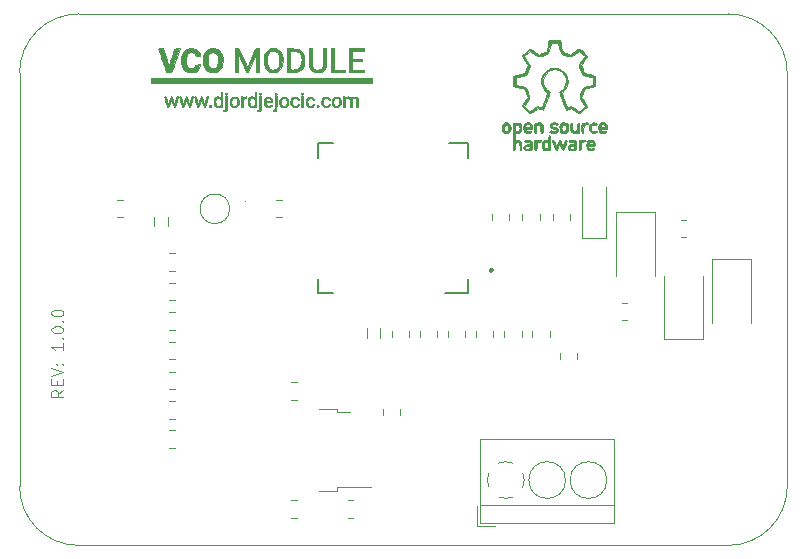
<source format=gbr>
%TF.GenerationSoftware,KiCad,Pcbnew,(5.1.8)-1*%
%TF.CreationDate,2021-02-23T22:19:55+01:00*%
%TF.ProjectId,cvco-general,6376636f-2d67-4656-9e65-72616c2e6b69,rev?*%
%TF.SameCoordinates,Original*%
%TF.FileFunction,Legend,Top*%
%TF.FilePolarity,Positive*%
%FSLAX46Y46*%
G04 Gerber Fmt 4.6, Leading zero omitted, Abs format (unit mm)*
G04 Created by KiCad (PCBNEW (5.1.8)-1) date 2021-02-23 22:19:55*
%MOMM*%
%LPD*%
G01*
G04 APERTURE LIST*
%ADD10C,0.120000*%
%TA.AperFunction,Profile*%
%ADD11C,0.050000*%
%TD*%
%ADD12C,0.010000*%
%ADD13C,0.100000*%
%ADD14C,0.127000*%
%ADD15C,0.400000*%
G04 APERTURE END LIST*
D10*
X103704908Y-81839337D02*
X103228718Y-82172670D01*
X103704908Y-82410765D02*
X102704908Y-82410765D01*
X102704908Y-82029813D01*
X102752528Y-81934575D01*
X102800147Y-81886956D01*
X102895385Y-81839337D01*
X103038242Y-81839337D01*
X103133480Y-81886956D01*
X103181099Y-81934575D01*
X103228718Y-82029813D01*
X103228718Y-82410765D01*
X103181099Y-81410765D02*
X103181099Y-81077432D01*
X103704908Y-80934575D02*
X103704908Y-81410765D01*
X102704908Y-81410765D01*
X102704908Y-80934575D01*
X102704908Y-80648860D02*
X103704908Y-80315527D01*
X102704908Y-79982194D01*
X103609670Y-79648860D02*
X103657289Y-79601241D01*
X103704908Y-79648860D01*
X103657289Y-79696479D01*
X103609670Y-79648860D01*
X103704908Y-79648860D01*
X103085861Y-79648860D02*
X103133480Y-79601241D01*
X103181099Y-79648860D01*
X103133480Y-79696479D01*
X103085861Y-79648860D01*
X103181099Y-79648860D01*
X103704908Y-77886956D02*
X103704908Y-78458384D01*
X103704908Y-78172670D02*
X102704908Y-78172670D01*
X102847766Y-78267908D01*
X102943004Y-78363146D01*
X102990623Y-78458384D01*
X103609670Y-77458384D02*
X103657289Y-77410765D01*
X103704908Y-77458384D01*
X103657289Y-77506003D01*
X103609670Y-77458384D01*
X103704908Y-77458384D01*
X102704908Y-76791718D02*
X102704908Y-76696479D01*
X102752528Y-76601241D01*
X102800147Y-76553622D01*
X102895385Y-76506003D01*
X103085861Y-76458384D01*
X103323956Y-76458384D01*
X103514432Y-76506003D01*
X103609670Y-76553622D01*
X103657289Y-76601241D01*
X103704908Y-76696479D01*
X103704908Y-76791718D01*
X103657289Y-76886956D01*
X103609670Y-76934575D01*
X103514432Y-76982194D01*
X103323956Y-77029813D01*
X103085861Y-77029813D01*
X102895385Y-76982194D01*
X102800147Y-76934575D01*
X102752528Y-76886956D01*
X102704908Y-76791718D01*
X103609670Y-76029813D02*
X103657289Y-75982194D01*
X103704908Y-76029813D01*
X103657289Y-76077432D01*
X103609670Y-76029813D01*
X103704908Y-76029813D01*
X102704908Y-75363146D02*
X102704908Y-75267908D01*
X102752528Y-75172670D01*
X102800147Y-75125051D01*
X102895385Y-75077432D01*
X103085861Y-75029813D01*
X103323956Y-75029813D01*
X103514432Y-75077432D01*
X103609670Y-75125051D01*
X103657289Y-75172670D01*
X103704908Y-75267908D01*
X103704908Y-75363146D01*
X103657289Y-75458384D01*
X103609670Y-75506003D01*
X103514432Y-75553622D01*
X103323956Y-75601241D01*
X103085861Y-75601241D01*
X102895385Y-75553622D01*
X102800147Y-75506003D01*
X102752528Y-75458384D01*
X102704908Y-75363146D01*
D11*
X105000000Y-95000000D02*
G75*
G02*
X100000000Y-90000000I0J5000000D01*
G01*
X165000000Y-90000000D02*
G75*
G02*
X160000000Y-95000000I-5000000J0D01*
G01*
X160000000Y-50000000D02*
G75*
G02*
X165000000Y-55000000I0J-5000000D01*
G01*
X100000000Y-55000000D02*
G75*
G02*
X105000000Y-50000000I5000000J0D01*
G01*
X100000000Y-90000000D02*
X100000000Y-55000000D01*
X160000000Y-95000000D02*
X105000000Y-95000000D01*
X165000000Y-55000000D02*
X165000000Y-90000000D01*
X105000000Y-50000000D02*
X160000000Y-50000000D01*
D12*
%TO.C,G\u002A\u002A\u002A*%
G36*
X145806342Y-52477571D02*
G01*
X145845346Y-52680413D01*
X145882081Y-52879104D01*
X145894744Y-52950514D01*
X145920457Y-53059504D01*
X145967143Y-53136188D01*
X146058021Y-53202708D01*
X146216311Y-53281203D01*
X146264715Y-53303288D01*
X146599887Y-53455262D01*
X146978970Y-53193203D01*
X147152549Y-53076267D01*
X147294636Y-52986224D01*
X147383431Y-52936644D01*
X147399915Y-52931143D01*
X147456493Y-52965932D01*
X147560882Y-53055849D01*
X147691316Y-53179219D01*
X147826032Y-53314365D01*
X147943267Y-53439613D01*
X148021257Y-53533287D01*
X148040906Y-53569535D01*
X148012829Y-53630080D01*
X147937974Y-53752100D01*
X147830404Y-53913127D01*
X147785751Y-53977208D01*
X147530597Y-54339366D01*
X147677983Y-54684948D01*
X147739285Y-54829746D01*
X147790563Y-54930273D01*
X147851518Y-54998409D01*
X147941857Y-55046035D01*
X148081282Y-55085033D01*
X148289499Y-55127282D01*
X148468559Y-55161631D01*
X148766620Y-55219309D01*
X148766620Y-56137670D01*
X148494477Y-56191273D01*
X148295475Y-56229556D01*
X148104038Y-56264947D01*
X148034343Y-56277272D01*
X147933227Y-56301522D01*
X147862690Y-56347353D01*
X147802879Y-56437996D01*
X147733936Y-56596679D01*
X147710364Y-56656281D01*
X147643510Y-56831247D01*
X147594978Y-56966969D01*
X147574509Y-57036103D01*
X147574375Y-57038004D01*
X147602125Y-57094259D01*
X147675691Y-57211849D01*
X147780544Y-57367805D01*
X147807640Y-57406804D01*
X147917897Y-57570054D01*
X148000039Y-57702205D01*
X148039430Y-57779418D01*
X148040906Y-57786726D01*
X148005893Y-57843733D01*
X147915390Y-57948161D01*
X147791198Y-58078336D01*
X147655118Y-58212585D01*
X147528953Y-58329233D01*
X147434504Y-58406607D01*
X147398026Y-58425837D01*
X147337953Y-58397588D01*
X147217538Y-58322615D01*
X147059986Y-58215580D01*
X147016390Y-58184727D01*
X146678505Y-57943617D01*
X146504090Y-58037546D01*
X146387671Y-58092738D01*
X146316369Y-58112508D01*
X146309542Y-58110187D01*
X146278792Y-58051503D01*
X146218877Y-57917608D01*
X146138434Y-57729579D01*
X146046102Y-57508496D01*
X145950518Y-57275435D01*
X145860320Y-57051476D01*
X145784147Y-56857697D01*
X145730635Y-56715175D01*
X145708423Y-56644989D01*
X145708254Y-56642916D01*
X145745705Y-56578739D01*
X145840366Y-56482749D01*
X145895165Y-56436497D01*
X146079920Y-56235889D01*
X146213031Y-55986134D01*
X146274317Y-55727384D01*
X146276180Y-55678490D01*
X146227623Y-55401713D01*
X146094664Y-55146277D01*
X145896372Y-54931282D01*
X145651816Y-54775831D01*
X145380064Y-54699025D01*
X145293559Y-54694170D01*
X145017260Y-54742811D01*
X144762264Y-54876000D01*
X144547641Y-55074634D01*
X144392458Y-55319613D01*
X144315784Y-55591835D01*
X144310938Y-55678490D01*
X144355579Y-55934252D01*
X144476049Y-56188983D01*
X144652165Y-56402532D01*
X144691952Y-56436497D01*
X144803856Y-56537263D01*
X144870617Y-56619542D01*
X144878863Y-56642916D01*
X144860106Y-56703672D01*
X144809547Y-56838873D01*
X144735760Y-57027474D01*
X144647316Y-57248433D01*
X144552786Y-57480704D01*
X144460744Y-57703244D01*
X144379760Y-57895008D01*
X144318408Y-58034952D01*
X144285258Y-58102032D01*
X144283683Y-58104079D01*
X144232995Y-58093926D01*
X144124722Y-58049765D01*
X144091454Y-58034280D01*
X143913249Y-57949299D01*
X143572402Y-58187568D01*
X143407437Y-58299102D01*
X143273493Y-58382693D01*
X143194081Y-58423865D01*
X143185322Y-58425837D01*
X143129676Y-58391312D01*
X143022723Y-58299573D01*
X142884768Y-58168370D01*
X142842650Y-58126272D01*
X142704972Y-57982179D01*
X142601302Y-57864226D01*
X142549181Y-57792689D01*
X142546212Y-57783600D01*
X142574058Y-57723404D01*
X142647859Y-57602654D01*
X142753008Y-57444946D01*
X142779477Y-57406804D01*
X142889486Y-57245257D01*
X142971558Y-57116779D01*
X143011167Y-57044337D01*
X143012742Y-57038004D01*
X142995057Y-56975667D01*
X142948496Y-56844459D01*
X142882799Y-56671724D01*
X142876754Y-56656281D01*
X142801715Y-56474455D01*
X142741352Y-56367153D01*
X142675808Y-56311149D01*
X142585227Y-56283211D01*
X142552774Y-56277272D01*
X142387211Y-56247417D01*
X142183837Y-56209018D01*
X142092640Y-56191273D01*
X141820497Y-56137670D01*
X141820497Y-55526517D01*
X142026735Y-55526517D01*
X142027680Y-55663251D01*
X142027844Y-55699526D01*
X142027844Y-56029608D01*
X142377742Y-56094200D01*
X142567508Y-56132987D01*
X142723439Y-56171596D01*
X142808894Y-56200504D01*
X142865794Y-56267536D01*
X142940656Y-56403926D01*
X143020906Y-56579956D01*
X143093970Y-56765910D01*
X143147276Y-56932070D01*
X143168248Y-57048719D01*
X143168253Y-57049833D01*
X143141044Y-57139521D01*
X143069248Y-57284823D01*
X142967613Y-57456337D01*
X142953043Y-57478924D01*
X142737834Y-57809240D01*
X142937645Y-58013865D01*
X143056789Y-58127145D01*
X143151302Y-58201454D01*
X143188118Y-58218490D01*
X143253316Y-58191878D01*
X143379212Y-58121548D01*
X143540555Y-58021759D01*
X143568389Y-58003741D01*
X143741538Y-57894824D01*
X143856259Y-57837372D01*
X143938637Y-57822801D01*
X144014756Y-57842528D01*
X144033460Y-57850712D01*
X144142155Y-57882428D01*
X144204990Y-57871073D01*
X144237826Y-57808930D01*
X144299767Y-57671388D01*
X144381648Y-57479400D01*
X144465606Y-57275416D01*
X144690153Y-56721117D01*
X144477424Y-56490333D01*
X144281179Y-56209794D01*
X144174466Y-55902875D01*
X144157558Y-55587519D01*
X144230723Y-55281668D01*
X144394234Y-55003263D01*
X144453962Y-54935069D01*
X144711282Y-54729201D01*
X144995261Y-54610906D01*
X145290466Y-54574186D01*
X145581461Y-54613042D01*
X145852813Y-54721476D01*
X146089087Y-54893488D01*
X146274850Y-55123080D01*
X146394667Y-55404253D01*
X146433389Y-55704408D01*
X146387653Y-56015427D01*
X146246869Y-56307564D01*
X146113752Y-56480101D01*
X145898440Y-56724709D01*
X146122249Y-57277212D01*
X146214149Y-57500130D01*
X146294438Y-57687617D01*
X146353930Y-57818679D01*
X146382127Y-57871073D01*
X146449851Y-57881848D01*
X146553657Y-57850712D01*
X146631931Y-57824524D01*
X146710661Y-57830726D01*
X146815934Y-57877900D01*
X146973834Y-57974630D01*
X147018728Y-58003741D01*
X147183446Y-58106968D01*
X147316816Y-58183052D01*
X147393590Y-58217735D01*
X147398999Y-58218490D01*
X147460685Y-58184040D01*
X147565659Y-58095378D01*
X147649472Y-58013865D01*
X147849283Y-57809240D01*
X147634074Y-57478924D01*
X147529654Y-57306167D01*
X147453166Y-57155816D01*
X147419356Y-57057274D01*
X147418865Y-57049833D01*
X147439308Y-56934066D01*
X147492256Y-56768383D01*
X147565135Y-56582500D01*
X147645372Y-56406133D01*
X147720392Y-56269001D01*
X147777622Y-56200820D01*
X147778223Y-56200504D01*
X147868829Y-56170163D01*
X148026785Y-56131381D01*
X148209375Y-56094200D01*
X148559273Y-56029608D01*
X148559273Y-55699526D01*
X148560648Y-55551008D01*
X148553046Y-55452582D01*
X148518875Y-55389871D01*
X148440543Y-55348497D01*
X148300457Y-55314082D01*
X148081027Y-55272248D01*
X148022839Y-55261101D01*
X147719671Y-55202488D01*
X147543350Y-54815576D01*
X147461370Y-54629102D01*
X147399680Y-54476244D01*
X147368750Y-54383365D01*
X147367028Y-54371629D01*
X147394649Y-54304909D01*
X147468133Y-54177476D01*
X147573412Y-54013212D01*
X147610713Y-53957949D01*
X147854397Y-53601305D01*
X147621732Y-53368640D01*
X147389068Y-53135975D01*
X147054068Y-53369939D01*
X146880489Y-53481851D01*
X146726488Y-53564763D01*
X146621051Y-53603390D01*
X146609349Y-53604461D01*
X146487569Y-53582719D01*
X146313158Y-53526786D01*
X146124632Y-53451868D01*
X145960510Y-53373171D01*
X145863763Y-53310125D01*
X145816946Y-53227439D01*
X145763844Y-53073001D01*
X145714658Y-52877417D01*
X145706783Y-52839071D01*
X145627558Y-52438694D01*
X144959560Y-52438694D01*
X144880335Y-52839071D01*
X144832995Y-53038922D01*
X144779850Y-53203303D01*
X144731097Y-53301607D01*
X144723355Y-53310125D01*
X144616217Y-53378752D01*
X144448990Y-53457689D01*
X144260190Y-53531729D01*
X144088336Y-53585666D01*
X143977769Y-53604461D01*
X143884293Y-53575542D01*
X143736976Y-53499555D01*
X143564803Y-53391784D01*
X143533049Y-53369939D01*
X143198050Y-53135975D01*
X142732720Y-53601305D01*
X142976405Y-53957949D01*
X143088752Y-54128840D01*
X143173713Y-54270384D01*
X143217219Y-54358698D01*
X143220089Y-54371629D01*
X143199741Y-54442799D01*
X143145676Y-54581392D01*
X143068365Y-54761045D01*
X143043768Y-54815576D01*
X142867446Y-55202488D01*
X142564278Y-55261101D01*
X142325828Y-55306343D01*
X142170440Y-55341128D01*
X142080524Y-55379833D01*
X142038486Y-55436837D01*
X142026735Y-55526517D01*
X141820497Y-55526517D01*
X141820497Y-55219309D01*
X142118559Y-55161631D01*
X142381319Y-55111033D01*
X142562640Y-55071313D01*
X142682224Y-55030592D01*
X142759777Y-54976987D01*
X142815003Y-54898618D01*
X142867605Y-54783605D01*
X142909135Y-54684948D01*
X143056520Y-54339366D01*
X142801366Y-53977208D01*
X142685357Y-53807540D01*
X142596931Y-53668678D01*
X142550151Y-53583090D01*
X142546212Y-53569535D01*
X142581143Y-53513185D01*
X142671426Y-53409220D01*
X142795297Y-53279315D01*
X142930994Y-53145145D01*
X143056752Y-53028385D01*
X143150807Y-52950712D01*
X143187203Y-52931143D01*
X143246032Y-52958848D01*
X143367526Y-53032874D01*
X143529768Y-53139591D01*
X143604908Y-53190963D01*
X143980751Y-53450783D01*
X144261339Y-53337410D01*
X144456417Y-53255149D01*
X144576234Y-53188982D01*
X144642709Y-53118885D01*
X144677760Y-53024835D01*
X144693922Y-52942255D01*
X144724366Y-52773552D01*
X144763161Y-52568096D01*
X144780775Y-52477571D01*
X144834378Y-52205429D01*
X145752739Y-52205429D01*
X145806342Y-52477571D01*
G37*
X145806342Y-52477571D02*
X145845346Y-52680413D01*
X145882081Y-52879104D01*
X145894744Y-52950514D01*
X145920457Y-53059504D01*
X145967143Y-53136188D01*
X146058021Y-53202708D01*
X146216311Y-53281203D01*
X146264715Y-53303288D01*
X146599887Y-53455262D01*
X146978970Y-53193203D01*
X147152549Y-53076267D01*
X147294636Y-52986224D01*
X147383431Y-52936644D01*
X147399915Y-52931143D01*
X147456493Y-52965932D01*
X147560882Y-53055849D01*
X147691316Y-53179219D01*
X147826032Y-53314365D01*
X147943267Y-53439613D01*
X148021257Y-53533287D01*
X148040906Y-53569535D01*
X148012829Y-53630080D01*
X147937974Y-53752100D01*
X147830404Y-53913127D01*
X147785751Y-53977208D01*
X147530597Y-54339366D01*
X147677983Y-54684948D01*
X147739285Y-54829746D01*
X147790563Y-54930273D01*
X147851518Y-54998409D01*
X147941857Y-55046035D01*
X148081282Y-55085033D01*
X148289499Y-55127282D01*
X148468559Y-55161631D01*
X148766620Y-55219309D01*
X148766620Y-56137670D01*
X148494477Y-56191273D01*
X148295475Y-56229556D01*
X148104038Y-56264947D01*
X148034343Y-56277272D01*
X147933227Y-56301522D01*
X147862690Y-56347353D01*
X147802879Y-56437996D01*
X147733936Y-56596679D01*
X147710364Y-56656281D01*
X147643510Y-56831247D01*
X147594978Y-56966969D01*
X147574509Y-57036103D01*
X147574375Y-57038004D01*
X147602125Y-57094259D01*
X147675691Y-57211849D01*
X147780544Y-57367805D01*
X147807640Y-57406804D01*
X147917897Y-57570054D01*
X148000039Y-57702205D01*
X148039430Y-57779418D01*
X148040906Y-57786726D01*
X148005893Y-57843733D01*
X147915390Y-57948161D01*
X147791198Y-58078336D01*
X147655118Y-58212585D01*
X147528953Y-58329233D01*
X147434504Y-58406607D01*
X147398026Y-58425837D01*
X147337953Y-58397588D01*
X147217538Y-58322615D01*
X147059986Y-58215580D01*
X147016390Y-58184727D01*
X146678505Y-57943617D01*
X146504090Y-58037546D01*
X146387671Y-58092738D01*
X146316369Y-58112508D01*
X146309542Y-58110187D01*
X146278792Y-58051503D01*
X146218877Y-57917608D01*
X146138434Y-57729579D01*
X146046102Y-57508496D01*
X145950518Y-57275435D01*
X145860320Y-57051476D01*
X145784147Y-56857697D01*
X145730635Y-56715175D01*
X145708423Y-56644989D01*
X145708254Y-56642916D01*
X145745705Y-56578739D01*
X145840366Y-56482749D01*
X145895165Y-56436497D01*
X146079920Y-56235889D01*
X146213031Y-55986134D01*
X146274317Y-55727384D01*
X146276180Y-55678490D01*
X146227623Y-55401713D01*
X146094664Y-55146277D01*
X145896372Y-54931282D01*
X145651816Y-54775831D01*
X145380064Y-54699025D01*
X145293559Y-54694170D01*
X145017260Y-54742811D01*
X144762264Y-54876000D01*
X144547641Y-55074634D01*
X144392458Y-55319613D01*
X144315784Y-55591835D01*
X144310938Y-55678490D01*
X144355579Y-55934252D01*
X144476049Y-56188983D01*
X144652165Y-56402532D01*
X144691952Y-56436497D01*
X144803856Y-56537263D01*
X144870617Y-56619542D01*
X144878863Y-56642916D01*
X144860106Y-56703672D01*
X144809547Y-56838873D01*
X144735760Y-57027474D01*
X144647316Y-57248433D01*
X144552786Y-57480704D01*
X144460744Y-57703244D01*
X144379760Y-57895008D01*
X144318408Y-58034952D01*
X144285258Y-58102032D01*
X144283683Y-58104079D01*
X144232995Y-58093926D01*
X144124722Y-58049765D01*
X144091454Y-58034280D01*
X143913249Y-57949299D01*
X143572402Y-58187568D01*
X143407437Y-58299102D01*
X143273493Y-58382693D01*
X143194081Y-58423865D01*
X143185322Y-58425837D01*
X143129676Y-58391312D01*
X143022723Y-58299573D01*
X142884768Y-58168370D01*
X142842650Y-58126272D01*
X142704972Y-57982179D01*
X142601302Y-57864226D01*
X142549181Y-57792689D01*
X142546212Y-57783600D01*
X142574058Y-57723404D01*
X142647859Y-57602654D01*
X142753008Y-57444946D01*
X142779477Y-57406804D01*
X142889486Y-57245257D01*
X142971558Y-57116779D01*
X143011167Y-57044337D01*
X143012742Y-57038004D01*
X142995057Y-56975667D01*
X142948496Y-56844459D01*
X142882799Y-56671724D01*
X142876754Y-56656281D01*
X142801715Y-56474455D01*
X142741352Y-56367153D01*
X142675808Y-56311149D01*
X142585227Y-56283211D01*
X142552774Y-56277272D01*
X142387211Y-56247417D01*
X142183837Y-56209018D01*
X142092640Y-56191273D01*
X141820497Y-56137670D01*
X141820497Y-55526517D01*
X142026735Y-55526517D01*
X142027680Y-55663251D01*
X142027844Y-55699526D01*
X142027844Y-56029608D01*
X142377742Y-56094200D01*
X142567508Y-56132987D01*
X142723439Y-56171596D01*
X142808894Y-56200504D01*
X142865794Y-56267536D01*
X142940656Y-56403926D01*
X143020906Y-56579956D01*
X143093970Y-56765910D01*
X143147276Y-56932070D01*
X143168248Y-57048719D01*
X143168253Y-57049833D01*
X143141044Y-57139521D01*
X143069248Y-57284823D01*
X142967613Y-57456337D01*
X142953043Y-57478924D01*
X142737834Y-57809240D01*
X142937645Y-58013865D01*
X143056789Y-58127145D01*
X143151302Y-58201454D01*
X143188118Y-58218490D01*
X143253316Y-58191878D01*
X143379212Y-58121548D01*
X143540555Y-58021759D01*
X143568389Y-58003741D01*
X143741538Y-57894824D01*
X143856259Y-57837372D01*
X143938637Y-57822801D01*
X144014756Y-57842528D01*
X144033460Y-57850712D01*
X144142155Y-57882428D01*
X144204990Y-57871073D01*
X144237826Y-57808930D01*
X144299767Y-57671388D01*
X144381648Y-57479400D01*
X144465606Y-57275416D01*
X144690153Y-56721117D01*
X144477424Y-56490333D01*
X144281179Y-56209794D01*
X144174466Y-55902875D01*
X144157558Y-55587519D01*
X144230723Y-55281668D01*
X144394234Y-55003263D01*
X144453962Y-54935069D01*
X144711282Y-54729201D01*
X144995261Y-54610906D01*
X145290466Y-54574186D01*
X145581461Y-54613042D01*
X145852813Y-54721476D01*
X146089087Y-54893488D01*
X146274850Y-55123080D01*
X146394667Y-55404253D01*
X146433389Y-55704408D01*
X146387653Y-56015427D01*
X146246869Y-56307564D01*
X146113752Y-56480101D01*
X145898440Y-56724709D01*
X146122249Y-57277212D01*
X146214149Y-57500130D01*
X146294438Y-57687617D01*
X146353930Y-57818679D01*
X146382127Y-57871073D01*
X146449851Y-57881848D01*
X146553657Y-57850712D01*
X146631931Y-57824524D01*
X146710661Y-57830726D01*
X146815934Y-57877900D01*
X146973834Y-57974630D01*
X147018728Y-58003741D01*
X147183446Y-58106968D01*
X147316816Y-58183052D01*
X147393590Y-58217735D01*
X147398999Y-58218490D01*
X147460685Y-58184040D01*
X147565659Y-58095378D01*
X147649472Y-58013865D01*
X147849283Y-57809240D01*
X147634074Y-57478924D01*
X147529654Y-57306167D01*
X147453166Y-57155816D01*
X147419356Y-57057274D01*
X147418865Y-57049833D01*
X147439308Y-56934066D01*
X147492256Y-56768383D01*
X147565135Y-56582500D01*
X147645372Y-56406133D01*
X147720392Y-56269001D01*
X147777622Y-56200820D01*
X147778223Y-56200504D01*
X147868829Y-56170163D01*
X148026785Y-56131381D01*
X148209375Y-56094200D01*
X148559273Y-56029608D01*
X148559273Y-55699526D01*
X148560648Y-55551008D01*
X148553046Y-55452582D01*
X148518875Y-55389871D01*
X148440543Y-55348497D01*
X148300457Y-55314082D01*
X148081027Y-55272248D01*
X148022839Y-55261101D01*
X147719671Y-55202488D01*
X147543350Y-54815576D01*
X147461370Y-54629102D01*
X147399680Y-54476244D01*
X147368750Y-54383365D01*
X147367028Y-54371629D01*
X147394649Y-54304909D01*
X147468133Y-54177476D01*
X147573412Y-54013212D01*
X147610713Y-53957949D01*
X147854397Y-53601305D01*
X147621732Y-53368640D01*
X147389068Y-53135975D01*
X147054068Y-53369939D01*
X146880489Y-53481851D01*
X146726488Y-53564763D01*
X146621051Y-53603390D01*
X146609349Y-53604461D01*
X146487569Y-53582719D01*
X146313158Y-53526786D01*
X146124632Y-53451868D01*
X145960510Y-53373171D01*
X145863763Y-53310125D01*
X145816946Y-53227439D01*
X145763844Y-53073001D01*
X145714658Y-52877417D01*
X145706783Y-52839071D01*
X145627558Y-52438694D01*
X144959560Y-52438694D01*
X144880335Y-52839071D01*
X144832995Y-53038922D01*
X144779850Y-53203303D01*
X144731097Y-53301607D01*
X144723355Y-53310125D01*
X144616217Y-53378752D01*
X144448990Y-53457689D01*
X144260190Y-53531729D01*
X144088336Y-53585666D01*
X143977769Y-53604461D01*
X143884293Y-53575542D01*
X143736976Y-53499555D01*
X143564803Y-53391784D01*
X143533049Y-53369939D01*
X143198050Y-53135975D01*
X142732720Y-53601305D01*
X142976405Y-53957949D01*
X143088752Y-54128840D01*
X143173713Y-54270384D01*
X143217219Y-54358698D01*
X143220089Y-54371629D01*
X143199741Y-54442799D01*
X143145676Y-54581392D01*
X143068365Y-54761045D01*
X143043768Y-54815576D01*
X142867446Y-55202488D01*
X142564278Y-55261101D01*
X142325828Y-55306343D01*
X142170440Y-55341128D01*
X142080524Y-55379833D01*
X142038486Y-55436837D01*
X142026735Y-55526517D01*
X141820497Y-55526517D01*
X141820497Y-55219309D01*
X142118559Y-55161631D01*
X142381319Y-55111033D01*
X142562640Y-55071313D01*
X142682224Y-55030592D01*
X142759777Y-54976987D01*
X142815003Y-54898618D01*
X142867605Y-54783605D01*
X142909135Y-54684948D01*
X143056520Y-54339366D01*
X142801366Y-53977208D01*
X142685357Y-53807540D01*
X142596931Y-53668678D01*
X142550151Y-53583090D01*
X142546212Y-53569535D01*
X142581143Y-53513185D01*
X142671426Y-53409220D01*
X142795297Y-53279315D01*
X142930994Y-53145145D01*
X143056752Y-53028385D01*
X143150807Y-52950712D01*
X143187203Y-52931143D01*
X143246032Y-52958848D01*
X143367526Y-53032874D01*
X143529768Y-53139591D01*
X143604908Y-53190963D01*
X143980751Y-53450783D01*
X144261339Y-53337410D01*
X144456417Y-53255149D01*
X144576234Y-53188982D01*
X144642709Y-53118885D01*
X144677760Y-53024835D01*
X144693922Y-52942255D01*
X144724366Y-52773552D01*
X144763161Y-52568096D01*
X144780775Y-52477571D01*
X144834378Y-52205429D01*
X145752739Y-52205429D01*
X145806342Y-52477571D01*
G36*
X149553457Y-59215713D02*
G01*
X149667718Y-59338008D01*
X149734121Y-59530957D01*
X149765083Y-59721755D01*
X149469397Y-59721755D01*
X149301578Y-59726037D01*
X149215383Y-59743645D01*
X149188948Y-59781718D01*
X149191658Y-59812469D01*
X149237402Y-59877112D01*
X149355239Y-59906298D01*
X149415765Y-59909821D01*
X149584095Y-59916778D01*
X149667440Y-59928872D01*
X149684453Y-59953902D01*
X149653787Y-59999668D01*
X149647844Y-60006857D01*
X149537194Y-60069600D01*
X149379810Y-60084205D01*
X149219623Y-60052816D01*
X149102953Y-59980270D01*
X149027095Y-59821586D01*
X149008525Y-59635127D01*
X149040774Y-59444454D01*
X149184914Y-59444454D01*
X149193432Y-59515485D01*
X149287503Y-59559934D01*
X149362742Y-59566245D01*
X149498341Y-59548642D01*
X149544095Y-59493584D01*
X149544171Y-59490314D01*
X149500723Y-59398706D01*
X149399441Y-59348407D01*
X149283916Y-59359251D01*
X149270689Y-59365869D01*
X149184914Y-59444454D01*
X149040774Y-59444454D01*
X149044268Y-59423802D01*
X149137551Y-59273195D01*
X149267455Y-59186309D01*
X149413064Y-59166147D01*
X149553457Y-59215713D01*
G37*
X149553457Y-59215713D02*
X149667718Y-59338008D01*
X149734121Y-59530957D01*
X149765083Y-59721755D01*
X149469397Y-59721755D01*
X149301578Y-59726037D01*
X149215383Y-59743645D01*
X149188948Y-59781718D01*
X149191658Y-59812469D01*
X149237402Y-59877112D01*
X149355239Y-59906298D01*
X149415765Y-59909821D01*
X149584095Y-59916778D01*
X149667440Y-59928872D01*
X149684453Y-59953902D01*
X149653787Y-59999668D01*
X149647844Y-60006857D01*
X149537194Y-60069600D01*
X149379810Y-60084205D01*
X149219623Y-60052816D01*
X149102953Y-59980270D01*
X149027095Y-59821586D01*
X149008525Y-59635127D01*
X149040774Y-59444454D01*
X149184914Y-59444454D01*
X149193432Y-59515485D01*
X149287503Y-59559934D01*
X149362742Y-59566245D01*
X149498341Y-59548642D01*
X149544095Y-59493584D01*
X149544171Y-59490314D01*
X149500723Y-59398706D01*
X149399441Y-59348407D01*
X149283916Y-59359251D01*
X149270689Y-59365869D01*
X149184914Y-59444454D01*
X149040774Y-59444454D01*
X149044268Y-59423802D01*
X149137551Y-59273195D01*
X149267455Y-59186309D01*
X149413064Y-59166147D01*
X149553457Y-59215713D01*
G36*
X148754575Y-59216717D02*
G01*
X148854861Y-59286806D01*
X148856302Y-59342619D01*
X148763472Y-59377118D01*
X148645305Y-59384816D01*
X148503451Y-59394592D01*
X148427603Y-59437089D01*
X148383294Y-59525279D01*
X148365056Y-59706284D01*
X148396268Y-59803763D01*
X148448293Y-59891869D01*
X148519380Y-59922532D01*
X148648883Y-59911420D01*
X148661596Y-59909412D01*
X148808379Y-59901631D01*
X148889701Y-59927597D01*
X148892161Y-59977306D01*
X148823316Y-60030175D01*
X148629817Y-60085801D01*
X148445100Y-60055219D01*
X148303852Y-59948030D01*
X148214886Y-59772276D01*
X148200528Y-59589466D01*
X148248647Y-59419280D01*
X148347114Y-59281397D01*
X148483799Y-59195499D01*
X148646573Y-59181267D01*
X148754575Y-59216717D01*
G37*
X148754575Y-59216717D02*
X148854861Y-59286806D01*
X148856302Y-59342619D01*
X148763472Y-59377118D01*
X148645305Y-59384816D01*
X148503451Y-59394592D01*
X148427603Y-59437089D01*
X148383294Y-59525279D01*
X148365056Y-59706284D01*
X148396268Y-59803763D01*
X148448293Y-59891869D01*
X148519380Y-59922532D01*
X148648883Y-59911420D01*
X148661596Y-59909412D01*
X148808379Y-59901631D01*
X148889701Y-59927597D01*
X148892161Y-59977306D01*
X148823316Y-60030175D01*
X148629817Y-60085801D01*
X148445100Y-60055219D01*
X148303852Y-59948030D01*
X148214886Y-59772276D01*
X148200528Y-59589466D01*
X148248647Y-59419280D01*
X148347114Y-59281397D01*
X148483799Y-59195499D01*
X148646573Y-59181267D01*
X148754575Y-59216717D01*
G36*
X148085454Y-59186462D02*
G01*
X148161810Y-59221951D01*
X148146920Y-59277952D01*
X148139324Y-59287474D01*
X148043243Y-59344573D01*
X147958627Y-59358898D01*
X147839654Y-59397410D01*
X147765281Y-59517319D01*
X147732269Y-59725185D01*
X147729885Y-59822021D01*
X147721762Y-59986204D01*
X147693582Y-60067016D01*
X147652130Y-60084612D01*
X147613483Y-60065955D01*
X147589728Y-59997998D01*
X147577736Y-59862759D01*
X147574376Y-59642258D01*
X147574375Y-59637954D01*
X147575670Y-59423233D01*
X147582947Y-59293228D01*
X147601296Y-59228982D01*
X147635805Y-59211541D01*
X147686429Y-59220599D01*
X147816023Y-59224593D01*
X147885395Y-59203388D01*
X148004913Y-59177957D01*
X148085454Y-59186462D01*
G37*
X148085454Y-59186462D02*
X148161810Y-59221951D01*
X148146920Y-59277952D01*
X148139324Y-59287474D01*
X148043243Y-59344573D01*
X147958627Y-59358898D01*
X147839654Y-59397410D01*
X147765281Y-59517319D01*
X147732269Y-59725185D01*
X147729885Y-59822021D01*
X147721762Y-59986204D01*
X147693582Y-60067016D01*
X147652130Y-60084612D01*
X147613483Y-60065955D01*
X147589728Y-59997998D01*
X147577736Y-59862759D01*
X147574376Y-59642258D01*
X147574375Y-59637954D01*
X147575670Y-59423233D01*
X147582947Y-59293228D01*
X147601296Y-59228982D01*
X147635805Y-59211541D01*
X147686429Y-59220599D01*
X147816023Y-59224593D01*
X147885395Y-59203388D01*
X148004913Y-59177957D01*
X148085454Y-59186462D01*
G36*
X147328497Y-59222442D02*
G01*
X147352344Y-59291729D01*
X147364091Y-59429433D01*
X147367028Y-59634842D01*
X147367028Y-60066295D01*
X147088308Y-60073629D01*
X146897093Y-60067140D01*
X146777804Y-60030626D01*
X146725451Y-59987991D01*
X146677952Y-59889871D01*
X146647943Y-59739369D01*
X146635664Y-59566090D01*
X146641357Y-59399642D01*
X146665262Y-59269630D01*
X146707620Y-59205660D01*
X146719069Y-59203388D01*
X146764887Y-59227914D01*
X146789102Y-59314529D01*
X146796772Y-59482792D01*
X146796824Y-59504041D01*
X146812552Y-59727121D01*
X146863817Y-59862844D01*
X146956744Y-59923265D01*
X147012714Y-59929102D01*
X147117949Y-59881260D01*
X147184506Y-59739786D01*
X147211065Y-59507758D01*
X147211518Y-59465979D01*
X147219641Y-59301796D01*
X147247821Y-59220984D01*
X147289273Y-59203388D01*
X147328497Y-59222442D01*
G37*
X147328497Y-59222442D02*
X147352344Y-59291729D01*
X147364091Y-59429433D01*
X147367028Y-59634842D01*
X147367028Y-60066295D01*
X147088308Y-60073629D01*
X146897093Y-60067140D01*
X146777804Y-60030626D01*
X146725451Y-59987991D01*
X146677952Y-59889871D01*
X146647943Y-59739369D01*
X146635664Y-59566090D01*
X146641357Y-59399642D01*
X146665262Y-59269630D01*
X146707620Y-59205660D01*
X146719069Y-59203388D01*
X146764887Y-59227914D01*
X146789102Y-59314529D01*
X146796772Y-59482792D01*
X146796824Y-59504041D01*
X146812552Y-59727121D01*
X146863817Y-59862844D01*
X146956744Y-59923265D01*
X147012714Y-59929102D01*
X147117949Y-59881260D01*
X147184506Y-59739786D01*
X147211065Y-59507758D01*
X147211518Y-59465979D01*
X147219641Y-59301796D01*
X147247821Y-59220984D01*
X147289273Y-59203388D01*
X147328497Y-59222442D01*
G36*
X146212606Y-59207914D02*
G01*
X146331235Y-59266670D01*
X146398069Y-59348365D01*
X146427302Y-59481379D01*
X146433173Y-59648925D01*
X146418513Y-59844586D01*
X146368390Y-59966752D01*
X146339171Y-59998823D01*
X146212597Y-60061772D01*
X146050543Y-60083409D01*
X145908594Y-60058098D01*
X145884482Y-60044941D01*
X145782929Y-59922485D01*
X145723233Y-59741970D01*
X145719839Y-59680023D01*
X145874196Y-59680023D01*
X145913281Y-59811311D01*
X145993298Y-59900532D01*
X146095674Y-59929075D01*
X146201837Y-59878329D01*
X146223618Y-59854964D01*
X146260041Y-59757019D01*
X146270519Y-59611270D01*
X146268842Y-59582822D01*
X146250209Y-59453415D01*
X146205991Y-59397491D01*
X146110183Y-59384861D01*
X146098276Y-59384816D01*
X145973881Y-59408482D01*
X145904856Y-59498394D01*
X145894616Y-59525279D01*
X145874196Y-59680023D01*
X145719839Y-59680023D01*
X145712326Y-59542949D01*
X145757137Y-59364974D01*
X145763241Y-59353009D01*
X145880822Y-59233253D01*
X146048096Y-59183181D01*
X146212606Y-59207914D01*
G37*
X146212606Y-59207914D02*
X146331235Y-59266670D01*
X146398069Y-59348365D01*
X146427302Y-59481379D01*
X146433173Y-59648925D01*
X146418513Y-59844586D01*
X146368390Y-59966752D01*
X146339171Y-59998823D01*
X146212597Y-60061772D01*
X146050543Y-60083409D01*
X145908594Y-60058098D01*
X145884482Y-60044941D01*
X145782929Y-59922485D01*
X145723233Y-59741970D01*
X145719839Y-59680023D01*
X145874196Y-59680023D01*
X145913281Y-59811311D01*
X145993298Y-59900532D01*
X146095674Y-59929075D01*
X146201837Y-59878329D01*
X146223618Y-59854964D01*
X146260041Y-59757019D01*
X146270519Y-59611270D01*
X146268842Y-59582822D01*
X146250209Y-59453415D01*
X146205991Y-59397491D01*
X146110183Y-59384861D01*
X146098276Y-59384816D01*
X145973881Y-59408482D01*
X145904856Y-59498394D01*
X145894616Y-59525279D01*
X145874196Y-59680023D01*
X145719839Y-59680023D01*
X145712326Y-59542949D01*
X145757137Y-59364974D01*
X145763241Y-59353009D01*
X145880822Y-59233253D01*
X146048096Y-59183181D01*
X146212606Y-59207914D01*
G36*
X145306908Y-59185736D02*
G01*
X145430539Y-59216738D01*
X145519524Y-59266045D01*
X145550588Y-59325019D01*
X145504790Y-59382416D01*
X145427209Y-59384511D01*
X145321447Y-59350363D01*
X145209512Y-59315958D01*
X145128055Y-59349110D01*
X145097256Y-59377498D01*
X145039117Y-59449918D01*
X145059024Y-59496575D01*
X145086212Y-59515489D01*
X145198324Y-59555015D01*
X145293559Y-59566245D01*
X145461892Y-59605589D01*
X145560458Y-59704863D01*
X145576998Y-59843250D01*
X145526805Y-59962324D01*
X145447293Y-60045136D01*
X145329392Y-60080043D01*
X145224516Y-60084612D01*
X145062867Y-60069257D01*
X144933840Y-60031016D01*
X144910010Y-60017089D01*
X144848201Y-59957218D01*
X144872551Y-59905057D01*
X144895487Y-59884980D01*
X144975955Y-59850394D01*
X145006901Y-59874748D01*
X145076978Y-59911532D01*
X145203244Y-59928897D01*
X145218863Y-59929102D01*
X145342618Y-59917066D01*
X145391903Y-59870303D01*
X145397232Y-59825429D01*
X145370393Y-59747252D01*
X145273351Y-59722068D01*
X145253256Y-59721755D01*
X145076352Y-59687681D01*
X144952679Y-59600525D01*
X144891322Y-59482882D01*
X144901363Y-59357350D01*
X144991889Y-59246526D01*
X145048806Y-59213196D01*
X145171905Y-59181676D01*
X145306908Y-59185736D01*
G37*
X145306908Y-59185736D02*
X145430539Y-59216738D01*
X145519524Y-59266045D01*
X145550588Y-59325019D01*
X145504790Y-59382416D01*
X145427209Y-59384511D01*
X145321447Y-59350363D01*
X145209512Y-59315958D01*
X145128055Y-59349110D01*
X145097256Y-59377498D01*
X145039117Y-59449918D01*
X145059024Y-59496575D01*
X145086212Y-59515489D01*
X145198324Y-59555015D01*
X145293559Y-59566245D01*
X145461892Y-59605589D01*
X145560458Y-59704863D01*
X145576998Y-59843250D01*
X145526805Y-59962324D01*
X145447293Y-60045136D01*
X145329392Y-60080043D01*
X145224516Y-60084612D01*
X145062867Y-60069257D01*
X144933840Y-60031016D01*
X144910010Y-60017089D01*
X144848201Y-59957218D01*
X144872551Y-59905057D01*
X144895487Y-59884980D01*
X144975955Y-59850394D01*
X145006901Y-59874748D01*
X145076978Y-59911532D01*
X145203244Y-59928897D01*
X145218863Y-59929102D01*
X145342618Y-59917066D01*
X145391903Y-59870303D01*
X145397232Y-59825429D01*
X145370393Y-59747252D01*
X145273351Y-59722068D01*
X145253256Y-59721755D01*
X145076352Y-59687681D01*
X144952679Y-59600525D01*
X144891322Y-59482882D01*
X144901363Y-59357350D01*
X144991889Y-59246526D01*
X145048806Y-59213196D01*
X145171905Y-59181676D01*
X145306908Y-59185736D01*
G36*
X144152876Y-59251177D02*
G01*
X144178206Y-59275567D01*
X144251051Y-59362870D01*
X144290644Y-59462383D01*
X144306528Y-59608472D01*
X144308661Y-59745317D01*
X144305358Y-59928678D01*
X144290925Y-60031187D01*
X144258576Y-60075572D01*
X144207356Y-60084612D01*
X144152572Y-60072587D01*
X144119667Y-60021693D01*
X144101229Y-59909700D01*
X144090723Y-59734714D01*
X144075395Y-59384816D01*
X143764375Y-59384816D01*
X143749047Y-59734714D01*
X143734491Y-59931999D01*
X143709489Y-60042607D01*
X143669681Y-60083353D01*
X143658333Y-60084612D01*
X143620383Y-60063926D01*
X143597170Y-59990219D01*
X143585702Y-59846018D01*
X143582946Y-59644581D01*
X143584381Y-59431399D01*
X143592303Y-59301802D01*
X143612139Y-59235705D01*
X143649316Y-59213023D01*
X143699579Y-59212947D01*
X143847343Y-59203068D01*
X143931981Y-59183228D01*
X144040715Y-59178476D01*
X144152876Y-59251177D01*
G37*
X144152876Y-59251177D02*
X144178206Y-59275567D01*
X144251051Y-59362870D01*
X144290644Y-59462383D01*
X144306528Y-59608472D01*
X144308661Y-59745317D01*
X144305358Y-59928678D01*
X144290925Y-60031187D01*
X144258576Y-60075572D01*
X144207356Y-60084612D01*
X144152572Y-60072587D01*
X144119667Y-60021693D01*
X144101229Y-59909700D01*
X144090723Y-59734714D01*
X144075395Y-59384816D01*
X143764375Y-59384816D01*
X143749047Y-59734714D01*
X143734491Y-59931999D01*
X143709489Y-60042607D01*
X143669681Y-60083353D01*
X143658333Y-60084612D01*
X143620383Y-60063926D01*
X143597170Y-59990219D01*
X143585702Y-59846018D01*
X143582946Y-59644581D01*
X143584381Y-59431399D01*
X143592303Y-59301802D01*
X143612139Y-59235705D01*
X143649316Y-59213023D01*
X143699579Y-59212947D01*
X143847343Y-59203068D01*
X143931981Y-59183228D01*
X144040715Y-59178476D01*
X144152876Y-59251177D01*
G36*
X143194276Y-59232881D02*
G01*
X143313766Y-59344235D01*
X143373244Y-59505722D01*
X143375600Y-59548361D01*
X143375600Y-59721755D01*
X143090497Y-59721755D01*
X142934353Y-59729234D01*
X142830797Y-59748528D01*
X142805395Y-59767245D01*
X142850573Y-59852365D01*
X142960726Y-59907624D01*
X143097786Y-59914559D01*
X143106027Y-59913037D01*
X143241349Y-59903292D01*
X143326210Y-59927926D01*
X143342287Y-59975075D01*
X143282337Y-60027204D01*
X143099712Y-60080244D01*
X142910844Y-60065599D01*
X142759987Y-59987141D01*
X142753559Y-59980939D01*
X142675378Y-59839333D01*
X142648115Y-59650101D01*
X142664566Y-59518111D01*
X142805395Y-59518111D01*
X142851392Y-59548255D01*
X142966293Y-59565019D01*
X143012742Y-59566245D01*
X143142595Y-59555567D01*
X143214809Y-59528894D01*
X143220089Y-59518111D01*
X143183542Y-59441789D01*
X143103330Y-59356926D01*
X143023596Y-59308454D01*
X143012742Y-59307061D01*
X142937760Y-59344261D01*
X142854386Y-59425906D01*
X142806764Y-59507064D01*
X142805395Y-59518111D01*
X142664566Y-59518111D01*
X142672282Y-59456209D01*
X142745481Y-59304164D01*
X142883157Y-59202392D01*
X143041747Y-59182115D01*
X143194276Y-59232881D01*
G37*
X143194276Y-59232881D02*
X143313766Y-59344235D01*
X143373244Y-59505722D01*
X143375600Y-59548361D01*
X143375600Y-59721755D01*
X143090497Y-59721755D01*
X142934353Y-59729234D01*
X142830797Y-59748528D01*
X142805395Y-59767245D01*
X142850573Y-59852365D01*
X142960726Y-59907624D01*
X143097786Y-59914559D01*
X143106027Y-59913037D01*
X143241349Y-59903292D01*
X143326210Y-59927926D01*
X143342287Y-59975075D01*
X143282337Y-60027204D01*
X143099712Y-60080244D01*
X142910844Y-60065599D01*
X142759987Y-59987141D01*
X142753559Y-59980939D01*
X142675378Y-59839333D01*
X142648115Y-59650101D01*
X142664566Y-59518111D01*
X142805395Y-59518111D01*
X142851392Y-59548255D01*
X142966293Y-59565019D01*
X143012742Y-59566245D01*
X143142595Y-59555567D01*
X143214809Y-59528894D01*
X143220089Y-59518111D01*
X143183542Y-59441789D01*
X143103330Y-59356926D01*
X143023596Y-59308454D01*
X143012742Y-59307061D01*
X142937760Y-59344261D01*
X142854386Y-59425906D01*
X142806764Y-59507064D01*
X142805395Y-59518111D01*
X142664566Y-59518111D01*
X142672282Y-59456209D01*
X142745481Y-59304164D01*
X142883157Y-59202392D01*
X143041747Y-59182115D01*
X143194276Y-59232881D01*
G36*
X141346146Y-59208429D02*
G01*
X141482410Y-59305502D01*
X141565640Y-59464401D01*
X141591182Y-59655255D01*
X141554381Y-59848197D01*
X141468562Y-59993898D01*
X141348886Y-60063528D01*
X141187872Y-60081639D01*
X141034665Y-60047310D01*
X140968972Y-60003232D01*
X140875321Y-59849159D01*
X140849443Y-59700623D01*
X141015112Y-59700623D01*
X141041269Y-59795099D01*
X141102311Y-59897433D01*
X141199305Y-59922623D01*
X141237359Y-59919583D01*
X141322007Y-59901986D01*
X141364152Y-59855735D01*
X141378499Y-59752395D01*
X141379885Y-59644000D01*
X141376371Y-59490540D01*
X141355434Y-59414012D01*
X141301484Y-59387689D01*
X141228695Y-59384816D01*
X141096371Y-59427168D01*
X141021859Y-59539699D01*
X141015112Y-59700623D01*
X140849443Y-59700623D01*
X140842237Y-59659267D01*
X140866320Y-59466846D01*
X140944171Y-59305186D01*
X141049232Y-59217229D01*
X141196139Y-59178704D01*
X141346146Y-59208429D01*
G37*
X141346146Y-59208429D02*
X141482410Y-59305502D01*
X141565640Y-59464401D01*
X141591182Y-59655255D01*
X141554381Y-59848197D01*
X141468562Y-59993898D01*
X141348886Y-60063528D01*
X141187872Y-60081639D01*
X141034665Y-60047310D01*
X140968972Y-60003232D01*
X140875321Y-59849159D01*
X140849443Y-59700623D01*
X141015112Y-59700623D01*
X141041269Y-59795099D01*
X141102311Y-59897433D01*
X141199305Y-59922623D01*
X141237359Y-59919583D01*
X141322007Y-59901986D01*
X141364152Y-59855735D01*
X141378499Y-59752395D01*
X141379885Y-59644000D01*
X141376371Y-59490540D01*
X141355434Y-59414012D01*
X141301484Y-59387689D01*
X141228695Y-59384816D01*
X141096371Y-59427168D01*
X141021859Y-59539699D01*
X141015112Y-59700623D01*
X140849443Y-59700623D01*
X140842237Y-59659267D01*
X140866320Y-59466846D01*
X140944171Y-59305186D01*
X141049232Y-59217229D01*
X141196139Y-59178704D01*
X141346146Y-59208429D01*
G36*
X147830832Y-60668352D02*
G01*
X147914573Y-60690156D01*
X147924013Y-60721169D01*
X147862009Y-60776536D01*
X147777662Y-60802334D01*
X147644358Y-60838937D01*
X147566095Y-60916115D01*
X147529908Y-61055671D01*
X147522538Y-61231367D01*
X147516344Y-61409867D01*
X147494435Y-61504797D01*
X147451824Y-61535705D01*
X147444783Y-61536041D01*
X147405559Y-61516986D01*
X147381712Y-61447699D01*
X147369965Y-61309996D01*
X147367028Y-61104587D01*
X147367028Y-60673133D01*
X147655931Y-60665532D01*
X147830832Y-60668352D01*
G37*
X147830832Y-60668352D02*
X147914573Y-60690156D01*
X147924013Y-60721169D01*
X147862009Y-60776536D01*
X147777662Y-60802334D01*
X147644358Y-60838937D01*
X147566095Y-60916115D01*
X147529908Y-61055671D01*
X147522538Y-61231367D01*
X147516344Y-61409867D01*
X147494435Y-61504797D01*
X147451824Y-61535705D01*
X147444783Y-61536041D01*
X147405559Y-61516986D01*
X147381712Y-61447699D01*
X147369965Y-61309996D01*
X147367028Y-61104587D01*
X147367028Y-60673133D01*
X147655931Y-60665532D01*
X147830832Y-60668352D01*
G36*
X145248866Y-60730509D02*
G01*
X145315110Y-60883344D01*
X145344530Y-60988148D01*
X145387318Y-61136806D01*
X145427352Y-61226573D01*
X145451380Y-61239664D01*
X145486872Y-61170777D01*
X145538862Y-61036965D01*
X145576455Y-60926959D01*
X145636163Y-60777140D01*
X145696839Y-60678296D01*
X145731506Y-60654816D01*
X145779932Y-60701089D01*
X145838057Y-60822614D01*
X145885532Y-60965837D01*
X145933901Y-61127479D01*
X145973313Y-61239939D01*
X145993355Y-61276857D01*
X146016835Y-61231247D01*
X146057624Y-61112363D01*
X146101177Y-60965837D01*
X146162018Y-60787928D01*
X146222332Y-60679305D01*
X146259369Y-60654816D01*
X146308087Y-60668908D01*
X146324763Y-60721925D01*
X146307757Y-60829980D01*
X146255427Y-61009187D01*
X146208900Y-61150127D01*
X146122138Y-61374910D01*
X146045394Y-61498046D01*
X145974800Y-61520627D01*
X145906490Y-61443745D01*
X145836596Y-61268492D01*
X145832741Y-61256377D01*
X145778649Y-61107393D01*
X145730483Y-61013234D01*
X145704283Y-60994209D01*
X145670535Y-61054160D01*
X145626198Y-61181550D01*
X145599540Y-61276974D01*
X145538624Y-61459361D01*
X145474001Y-61541333D01*
X145404188Y-61522233D01*
X145327699Y-61401408D01*
X145243051Y-61178203D01*
X145221619Y-61110185D01*
X145165094Y-60915761D01*
X145126186Y-60762574D01*
X145110761Y-60674635D01*
X145112417Y-60663169D01*
X145178000Y-60652495D01*
X145248866Y-60730509D01*
G37*
X145248866Y-60730509D02*
X145315110Y-60883344D01*
X145344530Y-60988148D01*
X145387318Y-61136806D01*
X145427352Y-61226573D01*
X145451380Y-61239664D01*
X145486872Y-61170777D01*
X145538862Y-61036965D01*
X145576455Y-60926959D01*
X145636163Y-60777140D01*
X145696839Y-60678296D01*
X145731506Y-60654816D01*
X145779932Y-60701089D01*
X145838057Y-60822614D01*
X145885532Y-60965837D01*
X145933901Y-61127479D01*
X145973313Y-61239939D01*
X145993355Y-61276857D01*
X146016835Y-61231247D01*
X146057624Y-61112363D01*
X146101177Y-60965837D01*
X146162018Y-60787928D01*
X146222332Y-60679305D01*
X146259369Y-60654816D01*
X146308087Y-60668908D01*
X146324763Y-60721925D01*
X146307757Y-60829980D01*
X146255427Y-61009187D01*
X146208900Y-61150127D01*
X146122138Y-61374910D01*
X146045394Y-61498046D01*
X145974800Y-61520627D01*
X145906490Y-61443745D01*
X145836596Y-61268492D01*
X145832741Y-61256377D01*
X145778649Y-61107393D01*
X145730483Y-61013234D01*
X145704283Y-60994209D01*
X145670535Y-61054160D01*
X145626198Y-61181550D01*
X145599540Y-61276974D01*
X145538624Y-61459361D01*
X145474001Y-61541333D01*
X145404188Y-61522233D01*
X145327699Y-61401408D01*
X145243051Y-61178203D01*
X145221619Y-61110185D01*
X145165094Y-60915761D01*
X145126186Y-60762574D01*
X145110761Y-60674635D01*
X145112417Y-60663169D01*
X145178000Y-60652495D01*
X145248866Y-60730509D01*
G36*
X144037281Y-60664785D02*
G01*
X144121437Y-60682413D01*
X144145647Y-60721642D01*
X144143277Y-60745559D01*
X144080228Y-60816454D01*
X143971375Y-60834359D01*
X143816212Y-60836245D01*
X143800884Y-61186143D01*
X143789194Y-61373540D01*
X143769817Y-61479492D01*
X143735345Y-61526231D01*
X143684251Y-61536041D01*
X143634702Y-61527181D01*
X143604545Y-61487052D01*
X143589050Y-61395331D01*
X143583487Y-61231695D01*
X143582946Y-61100790D01*
X143582946Y-60665538D01*
X143871481Y-60662092D01*
X144037281Y-60664785D01*
G37*
X144037281Y-60664785D02*
X144121437Y-60682413D01*
X144145647Y-60721642D01*
X144143277Y-60745559D01*
X144080228Y-60816454D01*
X143971375Y-60834359D01*
X143816212Y-60836245D01*
X143800884Y-61186143D01*
X143789194Y-61373540D01*
X143769817Y-61479492D01*
X143735345Y-61526231D01*
X143684251Y-61536041D01*
X143634702Y-61527181D01*
X143604545Y-61487052D01*
X143589050Y-61395331D01*
X143583487Y-61231695D01*
X143582946Y-61100790D01*
X143582946Y-60665538D01*
X143871481Y-60662092D01*
X144037281Y-60664785D01*
G36*
X142352866Y-59227163D02*
G01*
X142445212Y-59330326D01*
X142488979Y-59516051D01*
X142494375Y-59645873D01*
X142468782Y-59873354D01*
X142389088Y-60014640D01*
X142250917Y-60074506D01*
X142106772Y-60068926D01*
X141924171Y-60039293D01*
X141924171Y-60700135D01*
X142106772Y-60670503D01*
X142279467Y-60666755D01*
X142396199Y-60728269D01*
X142464701Y-60865234D01*
X142492704Y-61087838D01*
X142494375Y-61181218D01*
X142489625Y-61375862D01*
X142472576Y-61486309D01*
X142439030Y-61531717D01*
X142416620Y-61536041D01*
X142370802Y-61511515D01*
X142346587Y-61424899D01*
X142338917Y-61256636D01*
X142338865Y-61235388D01*
X142323137Y-61012308D01*
X142271871Y-60876585D01*
X142178944Y-60816163D01*
X142122974Y-60810326D01*
X142017740Y-60858168D01*
X141951183Y-60999642D01*
X141924623Y-61231670D01*
X141924171Y-61273449D01*
X141916048Y-61437633D01*
X141887868Y-61518444D01*
X141846416Y-61536041D01*
X141820938Y-61523886D01*
X141801584Y-61479436D01*
X141787554Y-61390712D01*
X141778046Y-61245733D01*
X141772261Y-61032522D01*
X141769400Y-60739098D01*
X141768661Y-60371801D01*
X141768661Y-59630185D01*
X141932465Y-59630185D01*
X141959230Y-59782566D01*
X141965624Y-59797422D01*
X142053514Y-59901575D01*
X142163955Y-59924132D01*
X142263748Y-59861827D01*
X142285204Y-59828836D01*
X142333616Y-59669938D01*
X142323652Y-59515146D01*
X142263600Y-59412801D01*
X142148290Y-59365469D01*
X142043596Y-59400208D01*
X141966121Y-59495589D01*
X141932465Y-59630185D01*
X141768661Y-59630185D01*
X141768661Y-59207561D01*
X141911212Y-59204915D01*
X142077042Y-59201303D01*
X142206419Y-59197974D01*
X142352866Y-59227163D01*
G37*
X142352866Y-59227163D02*
X142445212Y-59330326D01*
X142488979Y-59516051D01*
X142494375Y-59645873D01*
X142468782Y-59873354D01*
X142389088Y-60014640D01*
X142250917Y-60074506D01*
X142106772Y-60068926D01*
X141924171Y-60039293D01*
X141924171Y-60700135D01*
X142106772Y-60670503D01*
X142279467Y-60666755D01*
X142396199Y-60728269D01*
X142464701Y-60865234D01*
X142492704Y-61087838D01*
X142494375Y-61181218D01*
X142489625Y-61375862D01*
X142472576Y-61486309D01*
X142439030Y-61531717D01*
X142416620Y-61536041D01*
X142370802Y-61511515D01*
X142346587Y-61424899D01*
X142338917Y-61256636D01*
X142338865Y-61235388D01*
X142323137Y-61012308D01*
X142271871Y-60876585D01*
X142178944Y-60816163D01*
X142122974Y-60810326D01*
X142017740Y-60858168D01*
X141951183Y-60999642D01*
X141924623Y-61231670D01*
X141924171Y-61273449D01*
X141916048Y-61437633D01*
X141887868Y-61518444D01*
X141846416Y-61536041D01*
X141820938Y-61523886D01*
X141801584Y-61479436D01*
X141787554Y-61390712D01*
X141778046Y-61245733D01*
X141772261Y-61032522D01*
X141769400Y-60739098D01*
X141768661Y-60371801D01*
X141768661Y-59630185D01*
X141932465Y-59630185D01*
X141959230Y-59782566D01*
X141965624Y-59797422D01*
X142053514Y-59901575D01*
X142163955Y-59924132D01*
X142263748Y-59861827D01*
X142285204Y-59828836D01*
X142333616Y-59669938D01*
X142323652Y-59515146D01*
X142263600Y-59412801D01*
X142148290Y-59365469D01*
X142043596Y-59400208D01*
X141966121Y-59495589D01*
X141932465Y-59630185D01*
X141768661Y-59630185D01*
X141768661Y-59207561D01*
X141911212Y-59204915D01*
X142077042Y-59201303D01*
X142206419Y-59197974D01*
X142352866Y-59227163D01*
G36*
X148531545Y-60701329D02*
G01*
X148656681Y-60822158D01*
X148713738Y-60990616D01*
X148714783Y-61017673D01*
X148709996Y-61106576D01*
X148678622Y-61152849D01*
X148595143Y-61170412D01*
X148434041Y-61173183D01*
X148429681Y-61173184D01*
X148248424Y-61181046D01*
X148162835Y-61209406D01*
X148165768Y-61265425D01*
X148248463Y-61354803D01*
X148347860Y-61417803D01*
X148453430Y-61402116D01*
X148479877Y-61390710D01*
X148593996Y-61359841D01*
X148641028Y-61387002D01*
X148641886Y-61461002D01*
X148567642Y-61521312D01*
X148446798Y-61557962D01*
X148307859Y-61560982D01*
X148212764Y-61536795D01*
X148083262Y-61432079D01*
X148005661Y-61265231D01*
X147987454Y-61067802D01*
X148023322Y-60923040D01*
X148167336Y-60923040D01*
X148170087Y-60982398D01*
X148270346Y-61013822D01*
X148351926Y-61017673D01*
X148499783Y-61004708D01*
X148549253Y-60966212D01*
X148547548Y-60956581D01*
X148470744Y-60856961D01*
X148353673Y-60817159D01*
X148264297Y-60840213D01*
X148167336Y-60923040D01*
X148023322Y-60923040D01*
X148036132Y-60871341D01*
X148048666Y-60845796D01*
X148142477Y-60716290D01*
X148267279Y-60662370D01*
X148364885Y-60655610D01*
X148531545Y-60701329D01*
G37*
X148531545Y-60701329D02*
X148656681Y-60822158D01*
X148713738Y-60990616D01*
X148714783Y-61017673D01*
X148709996Y-61106576D01*
X148678622Y-61152849D01*
X148595143Y-61170412D01*
X148434041Y-61173183D01*
X148429681Y-61173184D01*
X148248424Y-61181046D01*
X148162835Y-61209406D01*
X148165768Y-61265425D01*
X148248463Y-61354803D01*
X148347860Y-61417803D01*
X148453430Y-61402116D01*
X148479877Y-61390710D01*
X148593996Y-61359841D01*
X148641028Y-61387002D01*
X148641886Y-61461002D01*
X148567642Y-61521312D01*
X148446798Y-61557962D01*
X148307859Y-61560982D01*
X148212764Y-61536795D01*
X148083262Y-61432079D01*
X148005661Y-61265231D01*
X147987454Y-61067802D01*
X148023322Y-60923040D01*
X148167336Y-60923040D01*
X148170087Y-60982398D01*
X148270346Y-61013822D01*
X148351926Y-61017673D01*
X148499783Y-61004708D01*
X148549253Y-60966212D01*
X148547548Y-60956581D01*
X148470744Y-60856961D01*
X148353673Y-60817159D01*
X148264297Y-60840213D01*
X148167336Y-60923040D01*
X148023322Y-60923040D01*
X148036132Y-60871341D01*
X148048666Y-60845796D01*
X148142477Y-60716290D01*
X148267279Y-60662370D01*
X148364885Y-60655610D01*
X148531545Y-60701329D01*
G36*
X147015541Y-60703252D02*
G01*
X147077025Y-60798963D01*
X147103391Y-60968079D01*
X147107844Y-61153032D01*
X147105842Y-61348757D01*
X147095368Y-61462524D01*
X147069725Y-61516036D01*
X147022215Y-61530992D01*
X146991212Y-61530902D01*
X146845593Y-61540627D01*
X146770906Y-61555369D01*
X146640518Y-61558704D01*
X146550600Y-61535679D01*
X146460966Y-61480855D01*
X146433967Y-61438277D01*
X146416798Y-61349000D01*
X146404041Y-61311023D01*
X146409089Y-61256375D01*
X146569392Y-61256375D01*
X146576193Y-61330337D01*
X146630508Y-61377583D01*
X146733659Y-61425173D01*
X146823761Y-61417415D01*
X146870339Y-61400903D01*
X146939516Y-61328747D01*
X146952334Y-61271311D01*
X146928833Y-61202285D01*
X146841051Y-61175394D01*
X146776452Y-61173184D01*
X146640909Y-61197318D01*
X146569392Y-61256375D01*
X146409089Y-61256375D01*
X146413454Y-61209136D01*
X146498802Y-61112351D01*
X146633570Y-61041654D01*
X146774707Y-61017673D01*
X146898783Y-61007617D01*
X146943660Y-60969055D01*
X146942232Y-60926959D01*
X146898678Y-60863428D01*
X146785816Y-60835928D01*
X146718125Y-60832892D01*
X146564066Y-60811790D01*
X146503164Y-60766694D01*
X146533574Y-60715117D01*
X146653450Y-60674572D01*
X146735859Y-60664608D01*
X146906099Y-60664087D01*
X147015541Y-60703252D01*
G37*
X147015541Y-60703252D02*
X147077025Y-60798963D01*
X147103391Y-60968079D01*
X147107844Y-61153032D01*
X147105842Y-61348757D01*
X147095368Y-61462524D01*
X147069725Y-61516036D01*
X147022215Y-61530992D01*
X146991212Y-61530902D01*
X146845593Y-61540627D01*
X146770906Y-61555369D01*
X146640518Y-61558704D01*
X146550600Y-61535679D01*
X146460966Y-61480855D01*
X146433967Y-61438277D01*
X146416798Y-61349000D01*
X146404041Y-61311023D01*
X146409089Y-61256375D01*
X146569392Y-61256375D01*
X146576193Y-61330337D01*
X146630508Y-61377583D01*
X146733659Y-61425173D01*
X146823761Y-61417415D01*
X146870339Y-61400903D01*
X146939516Y-61328747D01*
X146952334Y-61271311D01*
X146928833Y-61202285D01*
X146841051Y-61175394D01*
X146776452Y-61173184D01*
X146640909Y-61197318D01*
X146569392Y-61256375D01*
X146409089Y-61256375D01*
X146413454Y-61209136D01*
X146498802Y-61112351D01*
X146633570Y-61041654D01*
X146774707Y-61017673D01*
X146898783Y-61007617D01*
X146943660Y-60969055D01*
X146942232Y-60926959D01*
X146898678Y-60863428D01*
X146785816Y-60835928D01*
X146718125Y-60832892D01*
X146564066Y-60811790D01*
X146503164Y-60766694D01*
X146533574Y-60715117D01*
X146653450Y-60674572D01*
X146735859Y-60664608D01*
X146906099Y-60664087D01*
X147015541Y-60703252D01*
G36*
X144886483Y-60307562D02*
G01*
X144909041Y-60364950D01*
X144922603Y-60479987D01*
X144929156Y-60668541D01*
X144930702Y-60913419D01*
X144929993Y-61175346D01*
X144925707Y-61350765D01*
X144914601Y-61456843D01*
X144893432Y-61510745D01*
X144858958Y-61529638D01*
X144814069Y-61530902D01*
X144666670Y-61543210D01*
X144590788Y-61560836D01*
X144455203Y-61551951D01*
X144363077Y-61496716D01*
X144290801Y-61419922D01*
X144254160Y-61318022D01*
X144242352Y-61156139D01*
X144242013Y-61105781D01*
X144243373Y-61085162D01*
X144412334Y-61085162D01*
X144421366Y-61256732D01*
X144458443Y-61346213D01*
X144538535Y-61374359D01*
X144617741Y-61369951D01*
X144700027Y-61349224D01*
X144738353Y-61292561D01*
X144749019Y-61169857D01*
X144749273Y-61126996D01*
X144723056Y-60940508D01*
X144649029Y-60833838D01*
X144534131Y-60815259D01*
X144497135Y-60826368D01*
X144437654Y-60888663D01*
X144413563Y-61027047D01*
X144412334Y-61085162D01*
X144243373Y-61085162D01*
X144257006Y-60878622D01*
X144308683Y-60738663D01*
X144407090Y-60672911D01*
X144562275Y-60668373D01*
X144578653Y-60670426D01*
X144775191Y-60696788D01*
X144775191Y-60494373D01*
X144788669Y-60352063D01*
X144833078Y-60294851D01*
X144852946Y-60291959D01*
X144886483Y-60307562D01*
G37*
X144886483Y-60307562D02*
X144909041Y-60364950D01*
X144922603Y-60479987D01*
X144929156Y-60668541D01*
X144930702Y-60913419D01*
X144929993Y-61175346D01*
X144925707Y-61350765D01*
X144914601Y-61456843D01*
X144893432Y-61510745D01*
X144858958Y-61529638D01*
X144814069Y-61530902D01*
X144666670Y-61543210D01*
X144590788Y-61560836D01*
X144455203Y-61551951D01*
X144363077Y-61496716D01*
X144290801Y-61419922D01*
X144254160Y-61318022D01*
X144242352Y-61156139D01*
X144242013Y-61105781D01*
X144243373Y-61085162D01*
X144412334Y-61085162D01*
X144421366Y-61256732D01*
X144458443Y-61346213D01*
X144538535Y-61374359D01*
X144617741Y-61369951D01*
X144700027Y-61349224D01*
X144738353Y-61292561D01*
X144749019Y-61169857D01*
X144749273Y-61126996D01*
X144723056Y-60940508D01*
X144649029Y-60833838D01*
X144534131Y-60815259D01*
X144497135Y-60826368D01*
X144437654Y-60888663D01*
X144413563Y-61027047D01*
X144412334Y-61085162D01*
X144243373Y-61085162D01*
X144257006Y-60878622D01*
X144308683Y-60738663D01*
X144407090Y-60672911D01*
X144562275Y-60668373D01*
X144578653Y-60670426D01*
X144775191Y-60696788D01*
X144775191Y-60494373D01*
X144788669Y-60352063D01*
X144833078Y-60294851D01*
X144852946Y-60291959D01*
X144886483Y-60307562D01*
G36*
X143185971Y-60673542D02*
G01*
X143292128Y-60739563D01*
X143351259Y-60869560D01*
X143374152Y-61079417D01*
X143375600Y-61176306D01*
X143373281Y-61364727D01*
X143361424Y-61471952D01*
X143332679Y-61520435D01*
X143279695Y-61532631D01*
X143258967Y-61532590D01*
X143113055Y-61543408D01*
X143012742Y-61561602D01*
X142849695Y-61552136D01*
X142766518Y-61509696D01*
X142667014Y-61392829D01*
X142655011Y-61265389D01*
X142659996Y-61256170D01*
X142822133Y-61256170D01*
X142828651Y-61346779D01*
X142903578Y-61408093D01*
X143013198Y-61428668D01*
X143123793Y-61397054D01*
X143157885Y-61370163D01*
X143220493Y-61270818D01*
X143186935Y-61202682D01*
X143062069Y-61173672D01*
X143037034Y-61173184D01*
X142883798Y-61197828D01*
X142822133Y-61256170D01*
X142659996Y-61256170D01*
X142718904Y-61147236D01*
X142847088Y-61058231D01*
X143027958Y-61018237D01*
X143053996Y-61017673D01*
X143172827Y-61006285D01*
X143212546Y-60963240D01*
X143210154Y-60926959D01*
X143168846Y-60865006D01*
X143060882Y-60835906D01*
X142971817Y-60830655D01*
X142827107Y-60819362D01*
X142730066Y-60797796D01*
X142714912Y-60788959D01*
X142712549Y-60737945D01*
X142789681Y-60692115D01*
X142922260Y-60661911D01*
X143021999Y-60655610D01*
X143185971Y-60673542D01*
G37*
X143185971Y-60673542D02*
X143292128Y-60739563D01*
X143351259Y-60869560D01*
X143374152Y-61079417D01*
X143375600Y-61176306D01*
X143373281Y-61364727D01*
X143361424Y-61471952D01*
X143332679Y-61520435D01*
X143279695Y-61532631D01*
X143258967Y-61532590D01*
X143113055Y-61543408D01*
X143012742Y-61561602D01*
X142849695Y-61552136D01*
X142766518Y-61509696D01*
X142667014Y-61392829D01*
X142655011Y-61265389D01*
X142659996Y-61256170D01*
X142822133Y-61256170D01*
X142828651Y-61346779D01*
X142903578Y-61408093D01*
X143013198Y-61428668D01*
X143123793Y-61397054D01*
X143157885Y-61370163D01*
X143220493Y-61270818D01*
X143186935Y-61202682D01*
X143062069Y-61173672D01*
X143037034Y-61173184D01*
X142883798Y-61197828D01*
X142822133Y-61256170D01*
X142659996Y-61256170D01*
X142718904Y-61147236D01*
X142847088Y-61058231D01*
X143027958Y-61018237D01*
X143053996Y-61017673D01*
X143172827Y-61006285D01*
X143212546Y-60963240D01*
X143210154Y-60926959D01*
X143168846Y-60865006D01*
X143060882Y-60835906D01*
X142971817Y-60830655D01*
X142827107Y-60819362D01*
X142730066Y-60797796D01*
X142714912Y-60788959D01*
X142712549Y-60737945D01*
X142789681Y-60692115D01*
X142922260Y-60661911D01*
X143021999Y-60655610D01*
X143185971Y-60673542D01*
G36*
X117589350Y-57543619D02*
G01*
X117584837Y-57717751D01*
X117578921Y-57874355D01*
X117572108Y-58003980D01*
X117564905Y-58097172D01*
X117557819Y-58144478D01*
X117557023Y-58146574D01*
X117511391Y-58196663D01*
X117438159Y-58234916D01*
X117358412Y-58254524D01*
X117293234Y-58248678D01*
X117275688Y-58237415D01*
X117259168Y-58200253D01*
X117258563Y-58155499D01*
X117271871Y-58127814D01*
X117284512Y-58128869D01*
X117328636Y-58130474D01*
X117369179Y-58115431D01*
X117388820Y-58102144D01*
X117403352Y-58081117D01*
X117413539Y-58044551D01*
X117420150Y-57984647D01*
X117423952Y-57893608D01*
X117425712Y-57763634D01*
X117426195Y-57586928D01*
X117426207Y-57535570D01*
X117426207Y-56986230D01*
X117600644Y-56986230D01*
X117589350Y-57543619D01*
G37*
X117589350Y-57543619D02*
X117584837Y-57717751D01*
X117578921Y-57874355D01*
X117572108Y-58003980D01*
X117564905Y-58097172D01*
X117557819Y-58144478D01*
X117557023Y-58146574D01*
X117511391Y-58196663D01*
X117438159Y-58234916D01*
X117358412Y-58254524D01*
X117293234Y-58248678D01*
X117275688Y-58237415D01*
X117259168Y-58200253D01*
X117258563Y-58155499D01*
X117271871Y-58127814D01*
X117284512Y-58128869D01*
X117328636Y-58130474D01*
X117369179Y-58115431D01*
X117388820Y-58102144D01*
X117403352Y-58081117D01*
X117413539Y-58044551D01*
X117420150Y-57984647D01*
X117423952Y-57893608D01*
X117425712Y-57763634D01*
X117426195Y-57586928D01*
X117426207Y-57535570D01*
X117426207Y-56986230D01*
X117600644Y-56986230D01*
X117589350Y-57543619D01*
G36*
X120468017Y-57543619D02*
G01*
X120463504Y-57717751D01*
X120457587Y-57874355D01*
X120450774Y-58003980D01*
X120443571Y-58097172D01*
X120436485Y-58144478D01*
X120435690Y-58146574D01*
X120390057Y-58196663D01*
X120316826Y-58234916D01*
X120237079Y-58254524D01*
X120171901Y-58248678D01*
X120154355Y-58237415D01*
X120137834Y-58200253D01*
X120137230Y-58155499D01*
X120150538Y-58127814D01*
X120163179Y-58128869D01*
X120207303Y-58130474D01*
X120247846Y-58115431D01*
X120267487Y-58102144D01*
X120282018Y-58081117D01*
X120292206Y-58044551D01*
X120298817Y-57984647D01*
X120302619Y-57893608D01*
X120304378Y-57763634D01*
X120304862Y-57586928D01*
X120304874Y-57535570D01*
X120304874Y-56986230D01*
X120479311Y-56986230D01*
X120468017Y-57543619D01*
G37*
X120468017Y-57543619D02*
X120463504Y-57717751D01*
X120457587Y-57874355D01*
X120450774Y-58003980D01*
X120443571Y-58097172D01*
X120436485Y-58144478D01*
X120435690Y-58146574D01*
X120390057Y-58196663D01*
X120316826Y-58234916D01*
X120237079Y-58254524D01*
X120171901Y-58248678D01*
X120154355Y-58237415D01*
X120137834Y-58200253D01*
X120137230Y-58155499D01*
X120150538Y-58127814D01*
X120163179Y-58128869D01*
X120207303Y-58130474D01*
X120247846Y-58115431D01*
X120267487Y-58102144D01*
X120282018Y-58081117D01*
X120292206Y-58044551D01*
X120298817Y-57984647D01*
X120302619Y-57893608D01*
X120304378Y-57763634D01*
X120304862Y-57586928D01*
X120304874Y-57535570D01*
X120304874Y-56986230D01*
X120479311Y-56986230D01*
X120468017Y-57543619D01*
G36*
X121766239Y-57543619D02*
G01*
X121761726Y-57717751D01*
X121755810Y-57874355D01*
X121748997Y-58003980D01*
X121741794Y-58097172D01*
X121734708Y-58144478D01*
X121733912Y-58146574D01*
X121688280Y-58196663D01*
X121615048Y-58234916D01*
X121535301Y-58254524D01*
X121470123Y-58248678D01*
X121452577Y-58237415D01*
X121436056Y-58200253D01*
X121435452Y-58155499D01*
X121448760Y-58127814D01*
X121461401Y-58128869D01*
X121505525Y-58130474D01*
X121546068Y-58115431D01*
X121565709Y-58102144D01*
X121580240Y-58081117D01*
X121590428Y-58044551D01*
X121597039Y-57984647D01*
X121600841Y-57893608D01*
X121602600Y-57763634D01*
X121603084Y-57586928D01*
X121603096Y-57535570D01*
X121603096Y-56986230D01*
X121777533Y-56986230D01*
X121766239Y-57543619D01*
G37*
X121766239Y-57543619D02*
X121761726Y-57717751D01*
X121755810Y-57874355D01*
X121748997Y-58003980D01*
X121741794Y-58097172D01*
X121734708Y-58144478D01*
X121733912Y-58146574D01*
X121688280Y-58196663D01*
X121615048Y-58234916D01*
X121535301Y-58254524D01*
X121470123Y-58248678D01*
X121452577Y-58237415D01*
X121436056Y-58200253D01*
X121435452Y-58155499D01*
X121448760Y-58127814D01*
X121461401Y-58128869D01*
X121505525Y-58130474D01*
X121546068Y-58115431D01*
X121565709Y-58102144D01*
X121580240Y-58081117D01*
X121590428Y-58044551D01*
X121597039Y-57984647D01*
X121600841Y-57893608D01*
X121602600Y-57763634D01*
X121603084Y-57586928D01*
X121603096Y-57535570D01*
X121603096Y-56986230D01*
X121777533Y-56986230D01*
X121766239Y-57543619D01*
G36*
X117172207Y-57254341D02*
G01*
X117171993Y-57459376D01*
X117170964Y-57614813D01*
X117168535Y-57727500D01*
X117164124Y-57804283D01*
X117157148Y-57852009D01*
X117147022Y-57877525D01*
X117133164Y-57887677D01*
X117118114Y-57889341D01*
X117067797Y-57874006D01*
X117052725Y-57855451D01*
X117029480Y-57839487D01*
X116973929Y-57854509D01*
X116940275Y-57869562D01*
X116837082Y-57908174D01*
X116748960Y-57910643D01*
X116648231Y-57877687D01*
X116647029Y-57877165D01*
X116555323Y-57808894D01*
X116490702Y-57704158D01*
X116453148Y-57575627D01*
X116443456Y-57446779D01*
X116579540Y-57446779D01*
X116597811Y-57583301D01*
X116647389Y-57689869D01*
X116720423Y-57761024D01*
X116809059Y-57791306D01*
X116905447Y-57775256D01*
X116981707Y-57726406D01*
X117007523Y-57691896D01*
X117022803Y-57635795D01*
X117029842Y-57545348D01*
X117031096Y-57451896D01*
X117028598Y-57329125D01*
X117019574Y-57249920D01*
X117001728Y-57201560D01*
X116981707Y-57178338D01*
X116883276Y-57122542D01*
X116786550Y-57117315D01*
X116699764Y-57157160D01*
X116631154Y-57236579D01*
X116588955Y-57350076D01*
X116579540Y-57446779D01*
X116443456Y-57446779D01*
X116442642Y-57435970D01*
X116459165Y-57297855D01*
X116502698Y-57173951D01*
X116573223Y-57076928D01*
X116648285Y-57027501D01*
X116752307Y-56993232D01*
X116835972Y-56992857D01*
X116924138Y-57026486D01*
X116928488Y-57028737D01*
X116987224Y-57057796D01*
X117019556Y-57070843D01*
X117020211Y-57070896D01*
X117025266Y-57044902D01*
X117029073Y-56975824D01*
X117030987Y-56877020D01*
X117031096Y-56845119D01*
X117031848Y-56733142D01*
X117036502Y-56666093D01*
X117048659Y-56632455D01*
X117071916Y-56620711D01*
X117101651Y-56619341D01*
X117172207Y-56619341D01*
X117172207Y-57254341D01*
G37*
X117172207Y-57254341D02*
X117171993Y-57459376D01*
X117170964Y-57614813D01*
X117168535Y-57727500D01*
X117164124Y-57804283D01*
X117157148Y-57852009D01*
X117147022Y-57877525D01*
X117133164Y-57887677D01*
X117118114Y-57889341D01*
X117067797Y-57874006D01*
X117052725Y-57855451D01*
X117029480Y-57839487D01*
X116973929Y-57854509D01*
X116940275Y-57869562D01*
X116837082Y-57908174D01*
X116748960Y-57910643D01*
X116648231Y-57877687D01*
X116647029Y-57877165D01*
X116555323Y-57808894D01*
X116490702Y-57704158D01*
X116453148Y-57575627D01*
X116443456Y-57446779D01*
X116579540Y-57446779D01*
X116597811Y-57583301D01*
X116647389Y-57689869D01*
X116720423Y-57761024D01*
X116809059Y-57791306D01*
X116905447Y-57775256D01*
X116981707Y-57726406D01*
X117007523Y-57691896D01*
X117022803Y-57635795D01*
X117029842Y-57545348D01*
X117031096Y-57451896D01*
X117028598Y-57329125D01*
X117019574Y-57249920D01*
X117001728Y-57201560D01*
X116981707Y-57178338D01*
X116883276Y-57122542D01*
X116786550Y-57117315D01*
X116699764Y-57157160D01*
X116631154Y-57236579D01*
X116588955Y-57350076D01*
X116579540Y-57446779D01*
X116443456Y-57446779D01*
X116442642Y-57435970D01*
X116459165Y-57297855D01*
X116502698Y-57173951D01*
X116573223Y-57076928D01*
X116648285Y-57027501D01*
X116752307Y-56993232D01*
X116835972Y-56992857D01*
X116924138Y-57026486D01*
X116928488Y-57028737D01*
X116987224Y-57057796D01*
X117019556Y-57070843D01*
X117020211Y-57070896D01*
X117025266Y-57044902D01*
X117029073Y-56975824D01*
X117030987Y-56877020D01*
X117031096Y-56845119D01*
X117031848Y-56733142D01*
X117036502Y-56666093D01*
X117048659Y-56632455D01*
X117071916Y-56620711D01*
X117101651Y-56619341D01*
X117172207Y-56619341D01*
X117172207Y-57254341D01*
G36*
X118300776Y-57011942D02*
G01*
X118421381Y-57075280D01*
X118519255Y-57180903D01*
X118566412Y-57293033D01*
X118585534Y-57431248D01*
X118576236Y-57572428D01*
X118538132Y-57693448D01*
X118528115Y-57711419D01*
X118432672Y-57821308D01*
X118312686Y-57889002D01*
X118180399Y-57910680D01*
X118048051Y-57882524D01*
X118020880Y-57869652D01*
X117911291Y-57792620D01*
X117842053Y-57692587D01*
X117806512Y-57558028D01*
X117799944Y-57486870D01*
X117800105Y-57403481D01*
X117939257Y-57403481D01*
X117939311Y-57526521D01*
X117968440Y-57640126D01*
X118027446Y-57729417D01*
X118071256Y-57761878D01*
X118149344Y-57796511D01*
X118215077Y-57798805D01*
X118283796Y-57777664D01*
X118356830Y-57722110D01*
X118409669Y-57628064D01*
X118438932Y-57510915D01*
X118441243Y-57386052D01*
X118413223Y-57268864D01*
X118401204Y-57242803D01*
X118330301Y-57158809D01*
X118234206Y-57115055D01*
X118129749Y-57118158D01*
X118105520Y-57126521D01*
X118023164Y-57188603D01*
X117967475Y-57285883D01*
X117939257Y-57403481D01*
X117800105Y-57403481D01*
X117800194Y-57357523D01*
X117820243Y-57260978D01*
X117840959Y-57214014D01*
X117930395Y-57096262D01*
X118044219Y-57022973D01*
X118171368Y-56994686D01*
X118300776Y-57011942D01*
G37*
X118300776Y-57011942D02*
X118421381Y-57075280D01*
X118519255Y-57180903D01*
X118566412Y-57293033D01*
X118585534Y-57431248D01*
X118576236Y-57572428D01*
X118538132Y-57693448D01*
X118528115Y-57711419D01*
X118432672Y-57821308D01*
X118312686Y-57889002D01*
X118180399Y-57910680D01*
X118048051Y-57882524D01*
X118020880Y-57869652D01*
X117911291Y-57792620D01*
X117842053Y-57692587D01*
X117806512Y-57558028D01*
X117799944Y-57486870D01*
X117800105Y-57403481D01*
X117939257Y-57403481D01*
X117939311Y-57526521D01*
X117968440Y-57640126D01*
X118027446Y-57729417D01*
X118071256Y-57761878D01*
X118149344Y-57796511D01*
X118215077Y-57798805D01*
X118283796Y-57777664D01*
X118356830Y-57722110D01*
X118409669Y-57628064D01*
X118438932Y-57510915D01*
X118441243Y-57386052D01*
X118413223Y-57268864D01*
X118401204Y-57242803D01*
X118330301Y-57158809D01*
X118234206Y-57115055D01*
X118129749Y-57118158D01*
X118105520Y-57126521D01*
X118023164Y-57188603D01*
X117967475Y-57285883D01*
X117939257Y-57403481D01*
X117800105Y-57403481D01*
X117800194Y-57357523D01*
X117820243Y-57260978D01*
X117840959Y-57214014D01*
X117930395Y-57096262D01*
X118044219Y-57022973D01*
X118171368Y-56994686D01*
X118300776Y-57011942D01*
G36*
X120050874Y-57254341D02*
G01*
X120050660Y-57459376D01*
X120049630Y-57614813D01*
X120047202Y-57727500D01*
X120042791Y-57804283D01*
X120035814Y-57852009D01*
X120025689Y-57877525D01*
X120011831Y-57887677D01*
X119996781Y-57889341D01*
X119946464Y-57874006D01*
X119931392Y-57855451D01*
X119908146Y-57839487D01*
X119852595Y-57854509D01*
X119818941Y-57869562D01*
X119715749Y-57908174D01*
X119627627Y-57910643D01*
X119526898Y-57877687D01*
X119525696Y-57877165D01*
X119433990Y-57808894D01*
X119369369Y-57704158D01*
X119331815Y-57575627D01*
X119322123Y-57446779D01*
X119458207Y-57446779D01*
X119476478Y-57583301D01*
X119526056Y-57689869D01*
X119599089Y-57761024D01*
X119687726Y-57791306D01*
X119784114Y-57775256D01*
X119860374Y-57726406D01*
X119886190Y-57691896D01*
X119901470Y-57635795D01*
X119908509Y-57545348D01*
X119909762Y-57451896D01*
X119907265Y-57329125D01*
X119898241Y-57249920D01*
X119880394Y-57201560D01*
X119860374Y-57178338D01*
X119761942Y-57122542D01*
X119665216Y-57117315D01*
X119578431Y-57157160D01*
X119509821Y-57236579D01*
X119467622Y-57350076D01*
X119458207Y-57446779D01*
X119322123Y-57446779D01*
X119321309Y-57435970D01*
X119337832Y-57297855D01*
X119381365Y-57173951D01*
X119451890Y-57076928D01*
X119526952Y-57027501D01*
X119630974Y-56993232D01*
X119714638Y-56992857D01*
X119802804Y-57026486D01*
X119807155Y-57028737D01*
X119865891Y-57057796D01*
X119898223Y-57070843D01*
X119898877Y-57070896D01*
X119903933Y-57044902D01*
X119907739Y-56975824D01*
X119909653Y-56877020D01*
X119909762Y-56845119D01*
X119910514Y-56733142D01*
X119915169Y-56666093D01*
X119927326Y-56632455D01*
X119950583Y-56620711D01*
X119980318Y-56619341D01*
X120050874Y-56619341D01*
X120050874Y-57254341D01*
G37*
X120050874Y-57254341D02*
X120050660Y-57459376D01*
X120049630Y-57614813D01*
X120047202Y-57727500D01*
X120042791Y-57804283D01*
X120035814Y-57852009D01*
X120025689Y-57877525D01*
X120011831Y-57887677D01*
X119996781Y-57889341D01*
X119946464Y-57874006D01*
X119931392Y-57855451D01*
X119908146Y-57839487D01*
X119852595Y-57854509D01*
X119818941Y-57869562D01*
X119715749Y-57908174D01*
X119627627Y-57910643D01*
X119526898Y-57877687D01*
X119525696Y-57877165D01*
X119433990Y-57808894D01*
X119369369Y-57704158D01*
X119331815Y-57575627D01*
X119322123Y-57446779D01*
X119458207Y-57446779D01*
X119476478Y-57583301D01*
X119526056Y-57689869D01*
X119599089Y-57761024D01*
X119687726Y-57791306D01*
X119784114Y-57775256D01*
X119860374Y-57726406D01*
X119886190Y-57691896D01*
X119901470Y-57635795D01*
X119908509Y-57545348D01*
X119909762Y-57451896D01*
X119907265Y-57329125D01*
X119898241Y-57249920D01*
X119880394Y-57201560D01*
X119860374Y-57178338D01*
X119761942Y-57122542D01*
X119665216Y-57117315D01*
X119578431Y-57157160D01*
X119509821Y-57236579D01*
X119467622Y-57350076D01*
X119458207Y-57446779D01*
X119322123Y-57446779D01*
X119321309Y-57435970D01*
X119337832Y-57297855D01*
X119381365Y-57173951D01*
X119451890Y-57076928D01*
X119526952Y-57027501D01*
X119630974Y-56993232D01*
X119714638Y-56992857D01*
X119802804Y-57026486D01*
X119807155Y-57028737D01*
X119865891Y-57057796D01*
X119898223Y-57070843D01*
X119898877Y-57070896D01*
X119903933Y-57044902D01*
X119907739Y-56975824D01*
X119909653Y-56877020D01*
X119909762Y-56845119D01*
X119910514Y-56733142D01*
X119915169Y-56666093D01*
X119927326Y-56632455D01*
X119950583Y-56620711D01*
X119980318Y-56619341D01*
X120050874Y-56619341D01*
X120050874Y-57254341D01*
G36*
X121165344Y-57005135D02*
G01*
X121207138Y-57020813D01*
X121302734Y-57100198D01*
X121372175Y-57214568D01*
X121404495Y-57344547D01*
X121405540Y-57371403D01*
X121405540Y-57494230D01*
X121109207Y-57494230D01*
X120967164Y-57495693D01*
X120874713Y-57503060D01*
X120825023Y-57520791D01*
X120811260Y-57553351D01*
X120826591Y-57605201D01*
X120853876Y-57660989D01*
X120925157Y-57743495D01*
X121023959Y-57787983D01*
X121133866Y-57791873D01*
X121238468Y-57752587D01*
X121272363Y-57726751D01*
X121314885Y-57696775D01*
X121348505Y-57708463D01*
X121366495Y-57725312D01*
X121390539Y-57757732D01*
X121379334Y-57786817D01*
X121326481Y-57828903D01*
X121325687Y-57829469D01*
X121202107Y-57888440D01*
X121064877Y-57907759D01*
X120935067Y-57885436D01*
X120899546Y-57869706D01*
X120789944Y-57792588D01*
X120720661Y-57692442D01*
X120685036Y-57557736D01*
X120678438Y-57486870D01*
X120684963Y-57371441D01*
X120812874Y-57371441D01*
X120838868Y-57376039D01*
X120907947Y-57379501D01*
X121006751Y-57381242D01*
X121038651Y-57381341D01*
X121150737Y-57380421D01*
X121217867Y-57375481D01*
X121251525Y-57363252D01*
X121263194Y-57340465D01*
X121264429Y-57317065D01*
X121242426Y-57220644D01*
X121185177Y-57154701D01*
X121105822Y-57120653D01*
X121017502Y-57119914D01*
X120933357Y-57153899D01*
X120866529Y-57224024D01*
X120844155Y-57271806D01*
X120822956Y-57335254D01*
X120812984Y-57370290D01*
X120812874Y-57371441D01*
X120684963Y-57371441D01*
X120688166Y-57314783D01*
X120740368Y-57177327D01*
X120836818Y-57070026D01*
X120846402Y-57062682D01*
X120942678Y-57016280D01*
X121057580Y-56996101D01*
X121165344Y-57005135D01*
G37*
X121165344Y-57005135D02*
X121207138Y-57020813D01*
X121302734Y-57100198D01*
X121372175Y-57214568D01*
X121404495Y-57344547D01*
X121405540Y-57371403D01*
X121405540Y-57494230D01*
X121109207Y-57494230D01*
X120967164Y-57495693D01*
X120874713Y-57503060D01*
X120825023Y-57520791D01*
X120811260Y-57553351D01*
X120826591Y-57605201D01*
X120853876Y-57660989D01*
X120925157Y-57743495D01*
X121023959Y-57787983D01*
X121133866Y-57791873D01*
X121238468Y-57752587D01*
X121272363Y-57726751D01*
X121314885Y-57696775D01*
X121348505Y-57708463D01*
X121366495Y-57725312D01*
X121390539Y-57757732D01*
X121379334Y-57786817D01*
X121326481Y-57828903D01*
X121325687Y-57829469D01*
X121202107Y-57888440D01*
X121064877Y-57907759D01*
X120935067Y-57885436D01*
X120899546Y-57869706D01*
X120789944Y-57792588D01*
X120720661Y-57692442D01*
X120685036Y-57557736D01*
X120678438Y-57486870D01*
X120684963Y-57371441D01*
X120812874Y-57371441D01*
X120838868Y-57376039D01*
X120907947Y-57379501D01*
X121006751Y-57381242D01*
X121038651Y-57381341D01*
X121150737Y-57380421D01*
X121217867Y-57375481D01*
X121251525Y-57363252D01*
X121263194Y-57340465D01*
X121264429Y-57317065D01*
X121242426Y-57220644D01*
X121185177Y-57154701D01*
X121105822Y-57120653D01*
X121017502Y-57119914D01*
X120933357Y-57153899D01*
X120866529Y-57224024D01*
X120844155Y-57271806D01*
X120822956Y-57335254D01*
X120812984Y-57370290D01*
X120812874Y-57371441D01*
X120684963Y-57371441D01*
X120688166Y-57314783D01*
X120740368Y-57177327D01*
X120836818Y-57070026D01*
X120846402Y-57062682D01*
X120942678Y-57016280D01*
X121057580Y-56996101D01*
X121165344Y-57005135D01*
G36*
X122477665Y-57011942D02*
G01*
X122598270Y-57075280D01*
X122696144Y-57180903D01*
X122743301Y-57293033D01*
X122762423Y-57431248D01*
X122753125Y-57572428D01*
X122715021Y-57693448D01*
X122705004Y-57711419D01*
X122609561Y-57821308D01*
X122489575Y-57889002D01*
X122357288Y-57910680D01*
X122224940Y-57882524D01*
X122197769Y-57869652D01*
X122088180Y-57792620D01*
X122018942Y-57692587D01*
X121983401Y-57558028D01*
X121976833Y-57486870D01*
X121976994Y-57403481D01*
X122116146Y-57403481D01*
X122116200Y-57526521D01*
X122145329Y-57640126D01*
X122204335Y-57729417D01*
X122248145Y-57761878D01*
X122326233Y-57796511D01*
X122391966Y-57798805D01*
X122460685Y-57777664D01*
X122533719Y-57722110D01*
X122586557Y-57628064D01*
X122615821Y-57510915D01*
X122618132Y-57386052D01*
X122590112Y-57268864D01*
X122578093Y-57242803D01*
X122507190Y-57158809D01*
X122411095Y-57115055D01*
X122306638Y-57118158D01*
X122282409Y-57126521D01*
X122200053Y-57188603D01*
X122144364Y-57285883D01*
X122116146Y-57403481D01*
X121976994Y-57403481D01*
X121977083Y-57357523D01*
X121997132Y-57260978D01*
X122017848Y-57214014D01*
X122107284Y-57096262D01*
X122221108Y-57022973D01*
X122348257Y-56994686D01*
X122477665Y-57011942D01*
G37*
X122477665Y-57011942D02*
X122598270Y-57075280D01*
X122696144Y-57180903D01*
X122743301Y-57293033D01*
X122762423Y-57431248D01*
X122753125Y-57572428D01*
X122715021Y-57693448D01*
X122705004Y-57711419D01*
X122609561Y-57821308D01*
X122489575Y-57889002D01*
X122357288Y-57910680D01*
X122224940Y-57882524D01*
X122197769Y-57869652D01*
X122088180Y-57792620D01*
X122018942Y-57692587D01*
X121983401Y-57558028D01*
X121976833Y-57486870D01*
X121976994Y-57403481D01*
X122116146Y-57403481D01*
X122116200Y-57526521D01*
X122145329Y-57640126D01*
X122204335Y-57729417D01*
X122248145Y-57761878D01*
X122326233Y-57796511D01*
X122391966Y-57798805D01*
X122460685Y-57777664D01*
X122533719Y-57722110D01*
X122586557Y-57628064D01*
X122615821Y-57510915D01*
X122618132Y-57386052D01*
X122590112Y-57268864D01*
X122578093Y-57242803D01*
X122507190Y-57158809D01*
X122411095Y-57115055D01*
X122306638Y-57118158D01*
X122282409Y-57126521D01*
X122200053Y-57188603D01*
X122144364Y-57285883D01*
X122116146Y-57403481D01*
X121976994Y-57403481D01*
X121977083Y-57357523D01*
X121997132Y-57260978D01*
X122017848Y-57214014D01*
X122107284Y-57096262D01*
X122221108Y-57022973D01*
X122348257Y-56994686D01*
X122477665Y-57011942D01*
G36*
X123383949Y-57000475D02*
G01*
X123492924Y-57041045D01*
X123585032Y-57108474D01*
X123646173Y-57193009D01*
X123663318Y-57267050D01*
X123642595Y-57294041D01*
X123595721Y-57296877D01*
X123545638Y-57279257D01*
X123515288Y-57244879D01*
X123514781Y-57243104D01*
X123470020Y-57172194D01*
X123390506Y-57124069D01*
X123296615Y-57109406D01*
X123267301Y-57113429D01*
X123169680Y-57161046D01*
X123106323Y-57252839D01*
X123077786Y-57387705D01*
X123077550Y-57487765D01*
X123096239Y-57623109D01*
X123138443Y-57713875D01*
X123210506Y-57769258D01*
X123288341Y-57793179D01*
X123354122Y-57798101D01*
X123408623Y-57774983D01*
X123466803Y-57723309D01*
X123529080Y-57673578D01*
X123592810Y-57641034D01*
X123642663Y-57631330D01*
X123663308Y-57650118D01*
X123663318Y-57650853D01*
X123641933Y-57714479D01*
X123588596Y-57787565D01*
X123519531Y-57850165D01*
X123483907Y-57871424D01*
X123363174Y-57911750D01*
X123252844Y-57905953D01*
X123157324Y-57868130D01*
X123048073Y-57792736D01*
X122978762Y-57693177D01*
X122943025Y-57558469D01*
X122936388Y-57486870D01*
X122947255Y-57312785D01*
X122999721Y-57172722D01*
X123091536Y-57069966D01*
X123220452Y-57007800D01*
X123272205Y-56996515D01*
X123383949Y-57000475D01*
G37*
X123383949Y-57000475D02*
X123492924Y-57041045D01*
X123585032Y-57108474D01*
X123646173Y-57193009D01*
X123663318Y-57267050D01*
X123642595Y-57294041D01*
X123595721Y-57296877D01*
X123545638Y-57279257D01*
X123515288Y-57244879D01*
X123514781Y-57243104D01*
X123470020Y-57172194D01*
X123390506Y-57124069D01*
X123296615Y-57109406D01*
X123267301Y-57113429D01*
X123169680Y-57161046D01*
X123106323Y-57252839D01*
X123077786Y-57387705D01*
X123077550Y-57487765D01*
X123096239Y-57623109D01*
X123138443Y-57713875D01*
X123210506Y-57769258D01*
X123288341Y-57793179D01*
X123354122Y-57798101D01*
X123408623Y-57774983D01*
X123466803Y-57723309D01*
X123529080Y-57673578D01*
X123592810Y-57641034D01*
X123642663Y-57631330D01*
X123663308Y-57650118D01*
X123663318Y-57650853D01*
X123641933Y-57714479D01*
X123588596Y-57787565D01*
X123519531Y-57850165D01*
X123483907Y-57871424D01*
X123363174Y-57911750D01*
X123252844Y-57905953D01*
X123157324Y-57868130D01*
X123048073Y-57792736D01*
X122978762Y-57693177D01*
X122943025Y-57558469D01*
X122936388Y-57486870D01*
X122947255Y-57312785D01*
X122999721Y-57172722D01*
X123091536Y-57069966D01*
X123220452Y-57007800D01*
X123272205Y-56996515D01*
X123383949Y-57000475D01*
G36*
X124682171Y-57000475D02*
G01*
X124791146Y-57041045D01*
X124883254Y-57108474D01*
X124944395Y-57193009D01*
X124961540Y-57267050D01*
X124940817Y-57294041D01*
X124893943Y-57296877D01*
X124843860Y-57279257D01*
X124813510Y-57244879D01*
X124813003Y-57243104D01*
X124768242Y-57172194D01*
X124688728Y-57124069D01*
X124594837Y-57109406D01*
X124565523Y-57113429D01*
X124467903Y-57161046D01*
X124404545Y-57252839D01*
X124376008Y-57387705D01*
X124375772Y-57487765D01*
X124394461Y-57623109D01*
X124436665Y-57713875D01*
X124508729Y-57769258D01*
X124586563Y-57793179D01*
X124652345Y-57798101D01*
X124706845Y-57774983D01*
X124765025Y-57723309D01*
X124827302Y-57673578D01*
X124891032Y-57641034D01*
X124940885Y-57631330D01*
X124961530Y-57650118D01*
X124961540Y-57650853D01*
X124940155Y-57714479D01*
X124886818Y-57787565D01*
X124817753Y-57850165D01*
X124782129Y-57871424D01*
X124661396Y-57911750D01*
X124551066Y-57905953D01*
X124455546Y-57868130D01*
X124346295Y-57792736D01*
X124276984Y-57693177D01*
X124241247Y-57558469D01*
X124234610Y-57486870D01*
X124245478Y-57312785D01*
X124297943Y-57172722D01*
X124389758Y-57069966D01*
X124518674Y-57007800D01*
X124570427Y-56996515D01*
X124682171Y-57000475D01*
G37*
X124682171Y-57000475D02*
X124791146Y-57041045D01*
X124883254Y-57108474D01*
X124944395Y-57193009D01*
X124961540Y-57267050D01*
X124940817Y-57294041D01*
X124893943Y-57296877D01*
X124843860Y-57279257D01*
X124813510Y-57244879D01*
X124813003Y-57243104D01*
X124768242Y-57172194D01*
X124688728Y-57124069D01*
X124594837Y-57109406D01*
X124565523Y-57113429D01*
X124467903Y-57161046D01*
X124404545Y-57252839D01*
X124376008Y-57387705D01*
X124375772Y-57487765D01*
X124394461Y-57623109D01*
X124436665Y-57713875D01*
X124508729Y-57769258D01*
X124586563Y-57793179D01*
X124652345Y-57798101D01*
X124706845Y-57774983D01*
X124765025Y-57723309D01*
X124827302Y-57673578D01*
X124891032Y-57641034D01*
X124940885Y-57631330D01*
X124961530Y-57650118D01*
X124961540Y-57650853D01*
X124940155Y-57714479D01*
X124886818Y-57787565D01*
X124817753Y-57850165D01*
X124782129Y-57871424D01*
X124661396Y-57911750D01*
X124551066Y-57905953D01*
X124455546Y-57868130D01*
X124346295Y-57792736D01*
X124276984Y-57693177D01*
X124241247Y-57558469D01*
X124234610Y-57486870D01*
X124245478Y-57312785D01*
X124297943Y-57172722D01*
X124389758Y-57069966D01*
X124518674Y-57007800D01*
X124570427Y-56996515D01*
X124682171Y-57000475D01*
G36*
X126008616Y-57000475D02*
G01*
X126117591Y-57041045D01*
X126209698Y-57108474D01*
X126270840Y-57193009D01*
X126287985Y-57267050D01*
X126267262Y-57294041D01*
X126220387Y-57296877D01*
X126170304Y-57279257D01*
X126139954Y-57244879D01*
X126139448Y-57243104D01*
X126094687Y-57172194D01*
X126015172Y-57124069D01*
X125921282Y-57109406D01*
X125891968Y-57113429D01*
X125794347Y-57161046D01*
X125730989Y-57252839D01*
X125702453Y-57387705D01*
X125702216Y-57487765D01*
X125720905Y-57623109D01*
X125763109Y-57713875D01*
X125835173Y-57769258D01*
X125913007Y-57793179D01*
X125978789Y-57798101D01*
X126033289Y-57774983D01*
X126091469Y-57723309D01*
X126153747Y-57673578D01*
X126217477Y-57641034D01*
X126267329Y-57631330D01*
X126287975Y-57650118D01*
X126287985Y-57650853D01*
X126266600Y-57714479D01*
X126213263Y-57787565D01*
X126144198Y-57850165D01*
X126108574Y-57871424D01*
X125987841Y-57911750D01*
X125877511Y-57905953D01*
X125781991Y-57868130D01*
X125672740Y-57792736D01*
X125603428Y-57693177D01*
X125567692Y-57558469D01*
X125561055Y-57486870D01*
X125571922Y-57312785D01*
X125624388Y-57172722D01*
X125716203Y-57069966D01*
X125845119Y-57007800D01*
X125896871Y-56996515D01*
X126008616Y-57000475D01*
G37*
X126008616Y-57000475D02*
X126117591Y-57041045D01*
X126209698Y-57108474D01*
X126270840Y-57193009D01*
X126287985Y-57267050D01*
X126267262Y-57294041D01*
X126220387Y-57296877D01*
X126170304Y-57279257D01*
X126139954Y-57244879D01*
X126139448Y-57243104D01*
X126094687Y-57172194D01*
X126015172Y-57124069D01*
X125921282Y-57109406D01*
X125891968Y-57113429D01*
X125794347Y-57161046D01*
X125730989Y-57252839D01*
X125702453Y-57387705D01*
X125702216Y-57487765D01*
X125720905Y-57623109D01*
X125763109Y-57713875D01*
X125835173Y-57769258D01*
X125913007Y-57793179D01*
X125978789Y-57798101D01*
X126033289Y-57774983D01*
X126091469Y-57723309D01*
X126153747Y-57673578D01*
X126217477Y-57641034D01*
X126267329Y-57631330D01*
X126287975Y-57650118D01*
X126287985Y-57650853D01*
X126266600Y-57714479D01*
X126213263Y-57787565D01*
X126144198Y-57850165D01*
X126108574Y-57871424D01*
X125987841Y-57911750D01*
X125877511Y-57905953D01*
X125781991Y-57868130D01*
X125672740Y-57792736D01*
X125603428Y-57693177D01*
X125567692Y-57558469D01*
X125561055Y-57486870D01*
X125571922Y-57312785D01*
X125624388Y-57172722D01*
X125716203Y-57069966D01*
X125845119Y-57007800D01*
X125896871Y-56996515D01*
X126008616Y-57000475D01*
G36*
X126936776Y-57011942D02*
G01*
X127057381Y-57075280D01*
X127155255Y-57180903D01*
X127202412Y-57293033D01*
X127221534Y-57431248D01*
X127212236Y-57572428D01*
X127174132Y-57693448D01*
X127164115Y-57711419D01*
X127068672Y-57821308D01*
X126948686Y-57889002D01*
X126816399Y-57910680D01*
X126684051Y-57882524D01*
X126656880Y-57869652D01*
X126547291Y-57792620D01*
X126478053Y-57692587D01*
X126442512Y-57558028D01*
X126435944Y-57486870D01*
X126436105Y-57403481D01*
X126575257Y-57403481D01*
X126575311Y-57526521D01*
X126604440Y-57640126D01*
X126663446Y-57729417D01*
X126707256Y-57761878D01*
X126785344Y-57796511D01*
X126851077Y-57798805D01*
X126919796Y-57777664D01*
X126992830Y-57722110D01*
X127045669Y-57628064D01*
X127074932Y-57510915D01*
X127077243Y-57386052D01*
X127049223Y-57268864D01*
X127037204Y-57242803D01*
X126966301Y-57158809D01*
X126870206Y-57115055D01*
X126765749Y-57118158D01*
X126741520Y-57126521D01*
X126659164Y-57188603D01*
X126603475Y-57285883D01*
X126575257Y-57403481D01*
X126436105Y-57403481D01*
X126436194Y-57357523D01*
X126456243Y-57260978D01*
X126476959Y-57214014D01*
X126566395Y-57096262D01*
X126680219Y-57022973D01*
X126807368Y-56994686D01*
X126936776Y-57011942D01*
G37*
X126936776Y-57011942D02*
X127057381Y-57075280D01*
X127155255Y-57180903D01*
X127202412Y-57293033D01*
X127221534Y-57431248D01*
X127212236Y-57572428D01*
X127174132Y-57693448D01*
X127164115Y-57711419D01*
X127068672Y-57821308D01*
X126948686Y-57889002D01*
X126816399Y-57910680D01*
X126684051Y-57882524D01*
X126656880Y-57869652D01*
X126547291Y-57792620D01*
X126478053Y-57692587D01*
X126442512Y-57558028D01*
X126435944Y-57486870D01*
X126436105Y-57403481D01*
X126575257Y-57403481D01*
X126575311Y-57526521D01*
X126604440Y-57640126D01*
X126663446Y-57729417D01*
X126707256Y-57761878D01*
X126785344Y-57796511D01*
X126851077Y-57798805D01*
X126919796Y-57777664D01*
X126992830Y-57722110D01*
X127045669Y-57628064D01*
X127074932Y-57510915D01*
X127077243Y-57386052D01*
X127049223Y-57268864D01*
X127037204Y-57242803D01*
X126966301Y-57158809D01*
X126870206Y-57115055D01*
X126765749Y-57118158D01*
X126741520Y-57126521D01*
X126659164Y-57188603D01*
X126603475Y-57285883D01*
X126575257Y-57403481D01*
X126436105Y-57403481D01*
X126436194Y-57357523D01*
X126456243Y-57260978D01*
X126476959Y-57214014D01*
X126566395Y-57096262D01*
X126680219Y-57022973D01*
X126807368Y-56994686D01*
X126936776Y-57011942D01*
G36*
X113382351Y-56986597D02*
G01*
X113400384Y-56992456D01*
X113408844Y-57010945D01*
X113406729Y-57049201D01*
X113393034Y-57114364D01*
X113366756Y-57213570D01*
X113326892Y-57353957D01*
X113282341Y-57508341D01*
X113237303Y-57660046D01*
X113202425Y-57765174D01*
X113174144Y-57831899D01*
X113148900Y-57868394D01*
X113123130Y-57882834D01*
X113118827Y-57883628D01*
X113093082Y-57881258D01*
X113069279Y-57860528D01*
X113043313Y-57813292D01*
X113011083Y-57731404D01*
X112968485Y-57606718D01*
X112948251Y-57544961D01*
X112835274Y-57197896D01*
X112727135Y-57543619D01*
X112678900Y-57692510D01*
X112641433Y-57794081D01*
X112611380Y-57855663D01*
X112585386Y-57884584D01*
X112568934Y-57889341D01*
X112519357Y-57878872D01*
X112505749Y-57868109D01*
X112492574Y-57832674D01*
X112467949Y-57754734D01*
X112435288Y-57646186D01*
X112398003Y-57518927D01*
X112359507Y-57384855D01*
X112323210Y-57255867D01*
X112292527Y-57143860D01*
X112270869Y-57060733D01*
X112261649Y-57018382D01*
X112261540Y-57016650D01*
X112285463Y-56992992D01*
X112325651Y-56986230D01*
X112354171Y-56990841D01*
X112377460Y-57010732D01*
X112399596Y-57054986D01*
X112424658Y-57132685D01*
X112456725Y-57252914D01*
X112471380Y-57310785D01*
X112504409Y-57436921D01*
X112533939Y-57540172D01*
X112556738Y-57609857D01*
X112569547Y-57635295D01*
X112583495Y-57609893D01*
X112609310Y-57540731D01*
X112643331Y-57438314D01*
X112681897Y-57313149D01*
X112682614Y-57310739D01*
X112725164Y-57171640D01*
X112757507Y-57078381D01*
X112783853Y-57022227D01*
X112808407Y-56994446D01*
X112835378Y-56986302D01*
X112838945Y-56986230D01*
X112866732Y-56992674D01*
X112891447Y-57017897D01*
X112917366Y-57070731D01*
X112948763Y-57160008D01*
X112989915Y-57294562D01*
X112992629Y-57303730D01*
X113031129Y-57430331D01*
X113065515Y-57536803D01*
X113091910Y-57611555D01*
X113106008Y-57642585D01*
X113119519Y-57625240D01*
X113142319Y-57562464D01*
X113171344Y-57463901D01*
X113203527Y-57339196D01*
X113206939Y-57325085D01*
X113241726Y-57183360D01*
X113268094Y-57087725D01*
X113289986Y-57029199D01*
X113311349Y-56998797D01*
X113336127Y-56987538D01*
X113355749Y-56986230D01*
X113382351Y-56986597D01*
G37*
X113382351Y-56986597D02*
X113400384Y-56992456D01*
X113408844Y-57010945D01*
X113406729Y-57049201D01*
X113393034Y-57114364D01*
X113366756Y-57213570D01*
X113326892Y-57353957D01*
X113282341Y-57508341D01*
X113237303Y-57660046D01*
X113202425Y-57765174D01*
X113174144Y-57831899D01*
X113148900Y-57868394D01*
X113123130Y-57882834D01*
X113118827Y-57883628D01*
X113093082Y-57881258D01*
X113069279Y-57860528D01*
X113043313Y-57813292D01*
X113011083Y-57731404D01*
X112968485Y-57606718D01*
X112948251Y-57544961D01*
X112835274Y-57197896D01*
X112727135Y-57543619D01*
X112678900Y-57692510D01*
X112641433Y-57794081D01*
X112611380Y-57855663D01*
X112585386Y-57884584D01*
X112568934Y-57889341D01*
X112519357Y-57878872D01*
X112505749Y-57868109D01*
X112492574Y-57832674D01*
X112467949Y-57754734D01*
X112435288Y-57646186D01*
X112398003Y-57518927D01*
X112359507Y-57384855D01*
X112323210Y-57255867D01*
X112292527Y-57143860D01*
X112270869Y-57060733D01*
X112261649Y-57018382D01*
X112261540Y-57016650D01*
X112285463Y-56992992D01*
X112325651Y-56986230D01*
X112354171Y-56990841D01*
X112377460Y-57010732D01*
X112399596Y-57054986D01*
X112424658Y-57132685D01*
X112456725Y-57252914D01*
X112471380Y-57310785D01*
X112504409Y-57436921D01*
X112533939Y-57540172D01*
X112556738Y-57609857D01*
X112569547Y-57635295D01*
X112583495Y-57609893D01*
X112609310Y-57540731D01*
X112643331Y-57438314D01*
X112681897Y-57313149D01*
X112682614Y-57310739D01*
X112725164Y-57171640D01*
X112757507Y-57078381D01*
X112783853Y-57022227D01*
X112808407Y-56994446D01*
X112835378Y-56986302D01*
X112838945Y-56986230D01*
X112866732Y-56992674D01*
X112891447Y-57017897D01*
X112917366Y-57070731D01*
X112948763Y-57160008D01*
X112989915Y-57294562D01*
X112992629Y-57303730D01*
X113031129Y-57430331D01*
X113065515Y-57536803D01*
X113091910Y-57611555D01*
X113106008Y-57642585D01*
X113119519Y-57625240D01*
X113142319Y-57562464D01*
X113171344Y-57463901D01*
X113203527Y-57339196D01*
X113206939Y-57325085D01*
X113241726Y-57183360D01*
X113268094Y-57087725D01*
X113289986Y-57029199D01*
X113311349Y-56998797D01*
X113336127Y-56987538D01*
X113355749Y-56986230D01*
X113382351Y-56986597D01*
G36*
X114652351Y-56986597D02*
G01*
X114670384Y-56992456D01*
X114678844Y-57010945D01*
X114676729Y-57049201D01*
X114663034Y-57114364D01*
X114636756Y-57213570D01*
X114596892Y-57353957D01*
X114552341Y-57508341D01*
X114507303Y-57660046D01*
X114472425Y-57765174D01*
X114444144Y-57831899D01*
X114418900Y-57868394D01*
X114393130Y-57882834D01*
X114388827Y-57883628D01*
X114363082Y-57881258D01*
X114339279Y-57860528D01*
X114313313Y-57813292D01*
X114281083Y-57731404D01*
X114238485Y-57606718D01*
X114218251Y-57544961D01*
X114105274Y-57197896D01*
X113997135Y-57543619D01*
X113948900Y-57692510D01*
X113911433Y-57794081D01*
X113881380Y-57855663D01*
X113855386Y-57884584D01*
X113838934Y-57889341D01*
X113789357Y-57878872D01*
X113775749Y-57868109D01*
X113762574Y-57832674D01*
X113737949Y-57754734D01*
X113705288Y-57646186D01*
X113668003Y-57518927D01*
X113629507Y-57384855D01*
X113593210Y-57255867D01*
X113562527Y-57143860D01*
X113540869Y-57060733D01*
X113531649Y-57018382D01*
X113531540Y-57016650D01*
X113555463Y-56992992D01*
X113595651Y-56986230D01*
X113624171Y-56990841D01*
X113647460Y-57010732D01*
X113669596Y-57054986D01*
X113694658Y-57132685D01*
X113726725Y-57252914D01*
X113741380Y-57310785D01*
X113774409Y-57436921D01*
X113803939Y-57540172D01*
X113826738Y-57609857D01*
X113839547Y-57635295D01*
X113853495Y-57609893D01*
X113879310Y-57540731D01*
X113913331Y-57438314D01*
X113951897Y-57313149D01*
X113952614Y-57310739D01*
X113995164Y-57171640D01*
X114027507Y-57078381D01*
X114053853Y-57022227D01*
X114078407Y-56994446D01*
X114105378Y-56986302D01*
X114108945Y-56986230D01*
X114136732Y-56992674D01*
X114161447Y-57017897D01*
X114187366Y-57070731D01*
X114218763Y-57160008D01*
X114259915Y-57294562D01*
X114262629Y-57303730D01*
X114301129Y-57430331D01*
X114335515Y-57536803D01*
X114361910Y-57611555D01*
X114376008Y-57642585D01*
X114389519Y-57625240D01*
X114412319Y-57562464D01*
X114441344Y-57463901D01*
X114473527Y-57339196D01*
X114476939Y-57325085D01*
X114511726Y-57183360D01*
X114538094Y-57087725D01*
X114559986Y-57029199D01*
X114581349Y-56998797D01*
X114606127Y-56987538D01*
X114625749Y-56986230D01*
X114652351Y-56986597D01*
G37*
X114652351Y-56986597D02*
X114670384Y-56992456D01*
X114678844Y-57010945D01*
X114676729Y-57049201D01*
X114663034Y-57114364D01*
X114636756Y-57213570D01*
X114596892Y-57353957D01*
X114552341Y-57508341D01*
X114507303Y-57660046D01*
X114472425Y-57765174D01*
X114444144Y-57831899D01*
X114418900Y-57868394D01*
X114393130Y-57882834D01*
X114388827Y-57883628D01*
X114363082Y-57881258D01*
X114339279Y-57860528D01*
X114313313Y-57813292D01*
X114281083Y-57731404D01*
X114238485Y-57606718D01*
X114218251Y-57544961D01*
X114105274Y-57197896D01*
X113997135Y-57543619D01*
X113948900Y-57692510D01*
X113911433Y-57794081D01*
X113881380Y-57855663D01*
X113855386Y-57884584D01*
X113838934Y-57889341D01*
X113789357Y-57878872D01*
X113775749Y-57868109D01*
X113762574Y-57832674D01*
X113737949Y-57754734D01*
X113705288Y-57646186D01*
X113668003Y-57518927D01*
X113629507Y-57384855D01*
X113593210Y-57255867D01*
X113562527Y-57143860D01*
X113540869Y-57060733D01*
X113531649Y-57018382D01*
X113531540Y-57016650D01*
X113555463Y-56992992D01*
X113595651Y-56986230D01*
X113624171Y-56990841D01*
X113647460Y-57010732D01*
X113669596Y-57054986D01*
X113694658Y-57132685D01*
X113726725Y-57252914D01*
X113741380Y-57310785D01*
X113774409Y-57436921D01*
X113803939Y-57540172D01*
X113826738Y-57609857D01*
X113839547Y-57635295D01*
X113853495Y-57609893D01*
X113879310Y-57540731D01*
X113913331Y-57438314D01*
X113951897Y-57313149D01*
X113952614Y-57310739D01*
X113995164Y-57171640D01*
X114027507Y-57078381D01*
X114053853Y-57022227D01*
X114078407Y-56994446D01*
X114105378Y-56986302D01*
X114108945Y-56986230D01*
X114136732Y-56992674D01*
X114161447Y-57017897D01*
X114187366Y-57070731D01*
X114218763Y-57160008D01*
X114259915Y-57294562D01*
X114262629Y-57303730D01*
X114301129Y-57430331D01*
X114335515Y-57536803D01*
X114361910Y-57611555D01*
X114376008Y-57642585D01*
X114389519Y-57625240D01*
X114412319Y-57562464D01*
X114441344Y-57463901D01*
X114473527Y-57339196D01*
X114476939Y-57325085D01*
X114511726Y-57183360D01*
X114538094Y-57087725D01*
X114559986Y-57029199D01*
X114581349Y-56998797D01*
X114606127Y-56987538D01*
X114625749Y-56986230D01*
X114652351Y-56986597D01*
G36*
X115922351Y-56986597D02*
G01*
X115940384Y-56992456D01*
X115948844Y-57010945D01*
X115946729Y-57049201D01*
X115933034Y-57114364D01*
X115906756Y-57213570D01*
X115866892Y-57353957D01*
X115822341Y-57508341D01*
X115777303Y-57660046D01*
X115742425Y-57765174D01*
X115714144Y-57831899D01*
X115688900Y-57868394D01*
X115663130Y-57882834D01*
X115658827Y-57883628D01*
X115633082Y-57881258D01*
X115609279Y-57860528D01*
X115583313Y-57813292D01*
X115551083Y-57731404D01*
X115508485Y-57606718D01*
X115488251Y-57544961D01*
X115375274Y-57197896D01*
X115267135Y-57543619D01*
X115218900Y-57692510D01*
X115181433Y-57794081D01*
X115151380Y-57855663D01*
X115125386Y-57884584D01*
X115108934Y-57889341D01*
X115059357Y-57878872D01*
X115045749Y-57868109D01*
X115032574Y-57832674D01*
X115007949Y-57754734D01*
X114975288Y-57646186D01*
X114938003Y-57518927D01*
X114899507Y-57384855D01*
X114863210Y-57255867D01*
X114832527Y-57143860D01*
X114810869Y-57060733D01*
X114801649Y-57018382D01*
X114801540Y-57016650D01*
X114825463Y-56992992D01*
X114865651Y-56986230D01*
X114894171Y-56990841D01*
X114917460Y-57010732D01*
X114939596Y-57054986D01*
X114964658Y-57132685D01*
X114996725Y-57252914D01*
X115011380Y-57310785D01*
X115044409Y-57436921D01*
X115073939Y-57540172D01*
X115096738Y-57609857D01*
X115109547Y-57635295D01*
X115123495Y-57609893D01*
X115149310Y-57540731D01*
X115183331Y-57438314D01*
X115221897Y-57313149D01*
X115222614Y-57310739D01*
X115265164Y-57171640D01*
X115297507Y-57078381D01*
X115323853Y-57022227D01*
X115348407Y-56994446D01*
X115375378Y-56986302D01*
X115378945Y-56986230D01*
X115406732Y-56992674D01*
X115431447Y-57017897D01*
X115457366Y-57070731D01*
X115488763Y-57160008D01*
X115529915Y-57294562D01*
X115532629Y-57303730D01*
X115571129Y-57430331D01*
X115605515Y-57536803D01*
X115631910Y-57611555D01*
X115646008Y-57642585D01*
X115659519Y-57625240D01*
X115682319Y-57562464D01*
X115711344Y-57463901D01*
X115743527Y-57339196D01*
X115746939Y-57325085D01*
X115781726Y-57183360D01*
X115808094Y-57087725D01*
X115829986Y-57029199D01*
X115851349Y-56998797D01*
X115876127Y-56987538D01*
X115895749Y-56986230D01*
X115922351Y-56986597D01*
G37*
X115922351Y-56986597D02*
X115940384Y-56992456D01*
X115948844Y-57010945D01*
X115946729Y-57049201D01*
X115933034Y-57114364D01*
X115906756Y-57213570D01*
X115866892Y-57353957D01*
X115822341Y-57508341D01*
X115777303Y-57660046D01*
X115742425Y-57765174D01*
X115714144Y-57831899D01*
X115688900Y-57868394D01*
X115663130Y-57882834D01*
X115658827Y-57883628D01*
X115633082Y-57881258D01*
X115609279Y-57860528D01*
X115583313Y-57813292D01*
X115551083Y-57731404D01*
X115508485Y-57606718D01*
X115488251Y-57544961D01*
X115375274Y-57197896D01*
X115267135Y-57543619D01*
X115218900Y-57692510D01*
X115181433Y-57794081D01*
X115151380Y-57855663D01*
X115125386Y-57884584D01*
X115108934Y-57889341D01*
X115059357Y-57878872D01*
X115045749Y-57868109D01*
X115032574Y-57832674D01*
X115007949Y-57754734D01*
X114975288Y-57646186D01*
X114938003Y-57518927D01*
X114899507Y-57384855D01*
X114863210Y-57255867D01*
X114832527Y-57143860D01*
X114810869Y-57060733D01*
X114801649Y-57018382D01*
X114801540Y-57016650D01*
X114825463Y-56992992D01*
X114865651Y-56986230D01*
X114894171Y-56990841D01*
X114917460Y-57010732D01*
X114939596Y-57054986D01*
X114964658Y-57132685D01*
X114996725Y-57252914D01*
X115011380Y-57310785D01*
X115044409Y-57436921D01*
X115073939Y-57540172D01*
X115096738Y-57609857D01*
X115109547Y-57635295D01*
X115123495Y-57609893D01*
X115149310Y-57540731D01*
X115183331Y-57438314D01*
X115221897Y-57313149D01*
X115222614Y-57310739D01*
X115265164Y-57171640D01*
X115297507Y-57078381D01*
X115323853Y-57022227D01*
X115348407Y-56994446D01*
X115375378Y-56986302D01*
X115378945Y-56986230D01*
X115406732Y-56992674D01*
X115431447Y-57017897D01*
X115457366Y-57070731D01*
X115488763Y-57160008D01*
X115529915Y-57294562D01*
X115532629Y-57303730D01*
X115571129Y-57430331D01*
X115605515Y-57536803D01*
X115631910Y-57611555D01*
X115646008Y-57642585D01*
X115659519Y-57625240D01*
X115682319Y-57562464D01*
X115711344Y-57463901D01*
X115743527Y-57339196D01*
X115746939Y-57325085D01*
X115781726Y-57183360D01*
X115808094Y-57087725D01*
X115829986Y-57029199D01*
X115851349Y-56998797D01*
X115876127Y-56987538D01*
X115895749Y-56986230D01*
X115922351Y-56986597D01*
G36*
X116174226Y-57740771D02*
G01*
X116201128Y-57789950D01*
X116183630Y-57847878D01*
X116181460Y-57850585D01*
X116125464Y-57886695D01*
X116071522Y-57870777D01*
X116048125Y-57839952D01*
X116032686Y-57771604D01*
X116064528Y-57729529D01*
X116113206Y-57720008D01*
X116174226Y-57740771D01*
G37*
X116174226Y-57740771D02*
X116201128Y-57789950D01*
X116183630Y-57847878D01*
X116181460Y-57850585D01*
X116125464Y-57886695D01*
X116071522Y-57870777D01*
X116048125Y-57839952D01*
X116032686Y-57771604D01*
X116064528Y-57729529D01*
X116113206Y-57720008D01*
X116174226Y-57740771D01*
G36*
X118906073Y-56998803D02*
G01*
X118921964Y-57044300D01*
X118921985Y-57047048D01*
X118925831Y-57088656D01*
X118946950Y-57084099D01*
X118973225Y-57061495D01*
X119038104Y-57022428D01*
X119114336Y-56997148D01*
X119175930Y-56989282D01*
X119200192Y-57007162D01*
X119204207Y-57053258D01*
X119193518Y-57109018D01*
X119151792Y-57126895D01*
X119137457Y-57127341D01*
X119068396Y-57144554D01*
X118996346Y-57185834D01*
X118964311Y-57213360D01*
X118943115Y-57243483D01*
X118930520Y-57287658D01*
X118924291Y-57357341D01*
X118922193Y-57463987D01*
X118921985Y-57566834D01*
X118921985Y-57889341D01*
X118780874Y-57889341D01*
X118780874Y-56986230D01*
X118851429Y-56986230D01*
X118906073Y-56998803D01*
G37*
X118906073Y-56998803D02*
X118921964Y-57044300D01*
X118921985Y-57047048D01*
X118925831Y-57088656D01*
X118946950Y-57084099D01*
X118973225Y-57061495D01*
X119038104Y-57022428D01*
X119114336Y-56997148D01*
X119175930Y-56989282D01*
X119200192Y-57007162D01*
X119204207Y-57053258D01*
X119193518Y-57109018D01*
X119151792Y-57126895D01*
X119137457Y-57127341D01*
X119068396Y-57144554D01*
X118996346Y-57185834D01*
X118964311Y-57213360D01*
X118943115Y-57243483D01*
X118930520Y-57287658D01*
X118924291Y-57357341D01*
X118922193Y-57463987D01*
X118921985Y-57566834D01*
X118921985Y-57889341D01*
X118780874Y-57889341D01*
X118780874Y-56986230D01*
X118851429Y-56986230D01*
X118906073Y-56998803D01*
G36*
X124001985Y-57889341D02*
G01*
X123860874Y-57889341D01*
X123860874Y-56986230D01*
X124001985Y-56986230D01*
X124001985Y-57889341D01*
G37*
X124001985Y-57889341D02*
X123860874Y-57889341D01*
X123860874Y-56986230D01*
X124001985Y-56986230D01*
X124001985Y-57889341D01*
G36*
X125290004Y-57740771D02*
G01*
X125316905Y-57789950D01*
X125299408Y-57847878D01*
X125297238Y-57850585D01*
X125241242Y-57886695D01*
X125187300Y-57870777D01*
X125163902Y-57839952D01*
X125148464Y-57771604D01*
X125180306Y-57729529D01*
X125228984Y-57720008D01*
X125290004Y-57740771D01*
G37*
X125290004Y-57740771D02*
X125316905Y-57789950D01*
X125299408Y-57847878D01*
X125297238Y-57850585D01*
X125241242Y-57886695D01*
X125187300Y-57870777D01*
X125163902Y-57839952D01*
X125148464Y-57771604D01*
X125180306Y-57729529D01*
X125228984Y-57720008D01*
X125290004Y-57740771D01*
G36*
X127543388Y-57000056D02*
G01*
X127557985Y-57039632D01*
X127560834Y-57071846D01*
X127578800Y-57078024D01*
X127626014Y-57058166D01*
X127662730Y-57039632D01*
X127746131Y-57005128D01*
X127820575Y-56987023D01*
X127833465Y-56986230D01*
X127902676Y-56998250D01*
X127977694Y-57027743D01*
X128038698Y-57064860D01*
X128065862Y-57099751D01*
X128065985Y-57101765D01*
X128085751Y-57105857D01*
X128135300Y-57080851D01*
X128157707Y-57065763D01*
X128260131Y-57015429D01*
X128385928Y-57000341D01*
X128478048Y-57006258D01*
X128538804Y-57030308D01*
X128590539Y-57079526D01*
X128618555Y-57115369D01*
X128637621Y-57153479D01*
X128649449Y-57205038D01*
X128655753Y-57281226D01*
X128658247Y-57393227D01*
X128658651Y-57524026D01*
X128658651Y-57889341D01*
X128517540Y-57889341D01*
X128517540Y-57540019D01*
X128515814Y-57376827D01*
X128508158Y-57261730D01*
X128490855Y-57186421D01*
X128460187Y-57142593D01*
X128412438Y-57121940D01*
X128343891Y-57116156D01*
X128327822Y-57116052D01*
X128249624Y-57124117D01*
X128193542Y-57153275D01*
X128156192Y-57210974D01*
X128134190Y-57304658D01*
X128124151Y-57441774D01*
X128122429Y-57567912D01*
X128122429Y-57889341D01*
X127981318Y-57889341D01*
X127981318Y-57567912D01*
X127977773Y-57396293D01*
X127964784Y-57273271D01*
X127938819Y-57191305D01*
X127896348Y-57142858D01*
X127833839Y-57120391D01*
X127769651Y-57116052D01*
X127689259Y-57123620D01*
X127631631Y-57151349D01*
X127593236Y-57206777D01*
X127570541Y-57297444D01*
X127560017Y-57430887D01*
X127557985Y-57567912D01*
X127557985Y-57889341D01*
X127416874Y-57889341D01*
X127416874Y-56986230D01*
X127487429Y-56986230D01*
X127543388Y-57000056D01*
G37*
X127543388Y-57000056D02*
X127557985Y-57039632D01*
X127560834Y-57071846D01*
X127578800Y-57078024D01*
X127626014Y-57058166D01*
X127662730Y-57039632D01*
X127746131Y-57005128D01*
X127820575Y-56987023D01*
X127833465Y-56986230D01*
X127902676Y-56998250D01*
X127977694Y-57027743D01*
X128038698Y-57064860D01*
X128065862Y-57099751D01*
X128065985Y-57101765D01*
X128085751Y-57105857D01*
X128135300Y-57080851D01*
X128157707Y-57065763D01*
X128260131Y-57015429D01*
X128385928Y-57000341D01*
X128478048Y-57006258D01*
X128538804Y-57030308D01*
X128590539Y-57079526D01*
X128618555Y-57115369D01*
X128637621Y-57153479D01*
X128649449Y-57205038D01*
X128655753Y-57281226D01*
X128658247Y-57393227D01*
X128658651Y-57524026D01*
X128658651Y-57889341D01*
X128517540Y-57889341D01*
X128517540Y-57540019D01*
X128515814Y-57376827D01*
X128508158Y-57261730D01*
X128490855Y-57186421D01*
X128460187Y-57142593D01*
X128412438Y-57121940D01*
X128343891Y-57116156D01*
X128327822Y-57116052D01*
X128249624Y-57124117D01*
X128193542Y-57153275D01*
X128156192Y-57210974D01*
X128134190Y-57304658D01*
X128124151Y-57441774D01*
X128122429Y-57567912D01*
X128122429Y-57889341D01*
X127981318Y-57889341D01*
X127981318Y-57567912D01*
X127977773Y-57396293D01*
X127964784Y-57273271D01*
X127938819Y-57191305D01*
X127896348Y-57142858D01*
X127833839Y-57120391D01*
X127769651Y-57116052D01*
X127689259Y-57123620D01*
X127631631Y-57151349D01*
X127593236Y-57206777D01*
X127570541Y-57297444D01*
X127560017Y-57430887D01*
X127557985Y-57567912D01*
X127557985Y-57889341D01*
X127416874Y-57889341D01*
X127416874Y-56986230D01*
X127487429Y-56986230D01*
X127543388Y-57000056D01*
G36*
X117568501Y-56696945D02*
G01*
X117589269Y-56747094D01*
X117567020Y-56803145D01*
X117512683Y-56840721D01*
X117461141Y-56834532D01*
X117436413Y-56802785D01*
X117431915Y-56733744D01*
X117468402Y-56686496D01*
X117510874Y-56675785D01*
X117568501Y-56696945D01*
G37*
X117568501Y-56696945D02*
X117589269Y-56747094D01*
X117567020Y-56803145D01*
X117512683Y-56840721D01*
X117461141Y-56834532D01*
X117436413Y-56802785D01*
X117431915Y-56733744D01*
X117468402Y-56686496D01*
X117510874Y-56675785D01*
X117568501Y-56696945D01*
G36*
X120447168Y-56696945D02*
G01*
X120467936Y-56747094D01*
X120445686Y-56803145D01*
X120391349Y-56840721D01*
X120339808Y-56834532D01*
X120315079Y-56802785D01*
X120310582Y-56733744D01*
X120347068Y-56686496D01*
X120389540Y-56675785D01*
X120447168Y-56696945D01*
G37*
X120447168Y-56696945D02*
X120467936Y-56747094D01*
X120445686Y-56803145D01*
X120391349Y-56840721D01*
X120339808Y-56834532D01*
X120315079Y-56802785D01*
X120310582Y-56733744D01*
X120347068Y-56686496D01*
X120389540Y-56675785D01*
X120447168Y-56696945D01*
G36*
X121745390Y-56696945D02*
G01*
X121766158Y-56747094D01*
X121743909Y-56803145D01*
X121689572Y-56840721D01*
X121638030Y-56834532D01*
X121613302Y-56802785D01*
X121608804Y-56733744D01*
X121645291Y-56686496D01*
X121687762Y-56675785D01*
X121745390Y-56696945D01*
G37*
X121745390Y-56696945D02*
X121766158Y-56747094D01*
X121743909Y-56803145D01*
X121689572Y-56840721D01*
X121638030Y-56834532D01*
X121613302Y-56802785D01*
X121608804Y-56733744D01*
X121645291Y-56686496D01*
X121687762Y-56675785D01*
X121745390Y-56696945D01*
G36*
X123974605Y-56695991D02*
G01*
X123997852Y-56745655D01*
X123996908Y-56767093D01*
X123968281Y-56823997D01*
X123916921Y-56837888D01*
X123861757Y-56803834D01*
X123860703Y-56802579D01*
X123838568Y-56760117D01*
X123861524Y-56719654D01*
X123868165Y-56712843D01*
X123925267Y-56682480D01*
X123974605Y-56695991D01*
G37*
X123974605Y-56695991D02*
X123997852Y-56745655D01*
X123996908Y-56767093D01*
X123968281Y-56823997D01*
X123916921Y-56837888D01*
X123861757Y-56803834D01*
X123860703Y-56802579D01*
X123838568Y-56760117D01*
X123861524Y-56719654D01*
X123868165Y-56712843D01*
X123925267Y-56682480D01*
X123974605Y-56695991D01*
G36*
X129872207Y-55885563D02*
G01*
X111160874Y-55885563D01*
X111160874Y-55434008D01*
X129872207Y-55434008D01*
X129872207Y-55885563D01*
G37*
X129872207Y-55885563D02*
X111160874Y-55885563D01*
X111160874Y-55434008D01*
X129872207Y-55434008D01*
X129872207Y-55885563D01*
G36*
X114531513Y-52910025D02*
G01*
X114687653Y-52918597D01*
X114812233Y-52940060D01*
X114861923Y-52956672D01*
X115018329Y-53052094D01*
X115150427Y-53185473D01*
X115243249Y-53341215D01*
X115251889Y-53362926D01*
X115292084Y-53475100D01*
X115306278Y-53544676D01*
X115288502Y-53581829D01*
X115232790Y-53596730D01*
X115133174Y-53599553D01*
X115113072Y-53599563D01*
X114916605Y-53599563D01*
X114887612Y-53491892D01*
X114834627Y-53370233D01*
X114749155Y-53290327D01*
X114625015Y-53247487D01*
X114554209Y-53239005D01*
X114408845Y-53245445D01*
X114293848Y-53289322D01*
X114207221Y-53373630D01*
X114146964Y-53501366D01*
X114111081Y-53675526D01*
X114097574Y-53899107D01*
X114097377Y-53924119D01*
X114101484Y-54112659D01*
X114117245Y-54256878D01*
X114147365Y-54368188D01*
X114194547Y-54457999D01*
X114236523Y-54511234D01*
X114283039Y-54558898D01*
X114327463Y-54585938D01*
X114387708Y-54598160D01*
X114481684Y-54601375D01*
X114514729Y-54601452D01*
X114625157Y-54598722D01*
X114697149Y-54587499D01*
X114748576Y-54563234D01*
X114785774Y-54532451D01*
X114843845Y-54458939D01*
X114881232Y-54378153D01*
X114881473Y-54377229D01*
X114895304Y-54332763D01*
X114917145Y-54306410D01*
X114960396Y-54292605D01*
X115038456Y-54285784D01*
X115109158Y-54282665D01*
X115314590Y-54274322D01*
X115294510Y-54367331D01*
X115232263Y-54539354D01*
X115128962Y-54693952D01*
X114995677Y-54817350D01*
X114880924Y-54881882D01*
X114754548Y-54917602D01*
X114598426Y-54937714D01*
X114437447Y-54940785D01*
X114296500Y-54925382D01*
X114263590Y-54917443D01*
X114079515Y-54838801D01*
X113929168Y-54715992D01*
X113811072Y-54547586D01*
X113755634Y-54425503D01*
X113725200Y-54333852D01*
X113705947Y-54239052D01*
X113695560Y-54123995D01*
X113691723Y-53971573D01*
X113691605Y-53952341D01*
X113703278Y-53690920D01*
X113742769Y-53474539D01*
X113812597Y-53297782D01*
X113915280Y-53155231D01*
X114053337Y-53041469D01*
X114137615Y-52993078D01*
X114232253Y-52948564D01*
X114313720Y-52923118D01*
X114405047Y-52911884D01*
X114529265Y-52910007D01*
X114531513Y-52910025D01*
G37*
X114531513Y-52910025D02*
X114687653Y-52918597D01*
X114812233Y-52940060D01*
X114861923Y-52956672D01*
X115018329Y-53052094D01*
X115150427Y-53185473D01*
X115243249Y-53341215D01*
X115251889Y-53362926D01*
X115292084Y-53475100D01*
X115306278Y-53544676D01*
X115288502Y-53581829D01*
X115232790Y-53596730D01*
X115133174Y-53599553D01*
X115113072Y-53599563D01*
X114916605Y-53599563D01*
X114887612Y-53491892D01*
X114834627Y-53370233D01*
X114749155Y-53290327D01*
X114625015Y-53247487D01*
X114554209Y-53239005D01*
X114408845Y-53245445D01*
X114293848Y-53289322D01*
X114207221Y-53373630D01*
X114146964Y-53501366D01*
X114111081Y-53675526D01*
X114097574Y-53899107D01*
X114097377Y-53924119D01*
X114101484Y-54112659D01*
X114117245Y-54256878D01*
X114147365Y-54368188D01*
X114194547Y-54457999D01*
X114236523Y-54511234D01*
X114283039Y-54558898D01*
X114327463Y-54585938D01*
X114387708Y-54598160D01*
X114481684Y-54601375D01*
X114514729Y-54601452D01*
X114625157Y-54598722D01*
X114697149Y-54587499D01*
X114748576Y-54563234D01*
X114785774Y-54532451D01*
X114843845Y-54458939D01*
X114881232Y-54378153D01*
X114881473Y-54377229D01*
X114895304Y-54332763D01*
X114917145Y-54306410D01*
X114960396Y-54292605D01*
X115038456Y-54285784D01*
X115109158Y-54282665D01*
X115314590Y-54274322D01*
X115294510Y-54367331D01*
X115232263Y-54539354D01*
X115128962Y-54693952D01*
X114995677Y-54817350D01*
X114880924Y-54881882D01*
X114754548Y-54917602D01*
X114598426Y-54937714D01*
X114437447Y-54940785D01*
X114296500Y-54925382D01*
X114263590Y-54917443D01*
X114079515Y-54838801D01*
X113929168Y-54715992D01*
X113811072Y-54547586D01*
X113755634Y-54425503D01*
X113725200Y-54333852D01*
X113705947Y-54239052D01*
X113695560Y-54123995D01*
X113691723Y-53971573D01*
X113691605Y-53952341D01*
X113703278Y-53690920D01*
X113742769Y-53474539D01*
X113812597Y-53297782D01*
X113915280Y-53155231D01*
X114053337Y-53041469D01*
X114137615Y-52993078D01*
X114232253Y-52948564D01*
X114313720Y-52923118D01*
X114405047Y-52911884D01*
X114529265Y-52910007D01*
X114531513Y-52910025D01*
G36*
X116490707Y-52916946D02*
G01*
X116643306Y-52945201D01*
X116726879Y-52975956D01*
X116876260Y-53074687D01*
X117009666Y-53211755D01*
X117109924Y-53369067D01*
X117119383Y-53389508D01*
X117174897Y-53566599D01*
X117204276Y-53775590D01*
X117207621Y-53998406D01*
X117185033Y-54216969D01*
X117136613Y-54413204D01*
X117113335Y-54473839D01*
X117037490Y-54601780D01*
X116928102Y-54726764D01*
X116803149Y-54830696D01*
X116702730Y-54887085D01*
X116599544Y-54916473D01*
X116467669Y-54935790D01*
X116330885Y-54943189D01*
X116212971Y-54936824D01*
X116170318Y-54928411D01*
X115966961Y-54845880D01*
X115798128Y-54722782D01*
X115669359Y-54563754D01*
X115619773Y-54467705D01*
X115555807Y-54260358D01*
X115525407Y-54026107D01*
X115526714Y-53924119D01*
X115944540Y-53924119D01*
X115945936Y-54076365D01*
X115951269Y-54185361D01*
X115962253Y-54264257D01*
X115980603Y-54326205D01*
X116003440Y-54375674D01*
X116094123Y-54498740D01*
X116209869Y-54579608D01*
X116340210Y-54615098D01*
X116474679Y-54602028D01*
X116582422Y-54551691D01*
X116663860Y-54485494D01*
X116722154Y-54405715D01*
X116760566Y-54302550D01*
X116782359Y-54166193D01*
X116790793Y-53986839D01*
X116791207Y-53924119D01*
X116789811Y-53771872D01*
X116784478Y-53662876D01*
X116773494Y-53583980D01*
X116755144Y-53522032D01*
X116732307Y-53472563D01*
X116640823Y-53348325D01*
X116526337Y-53268997D01*
X116399186Y-53234574D01*
X116269709Y-53245051D01*
X116148242Y-53300422D01*
X116045124Y-53400682D01*
X116000985Y-53472935D01*
X115975777Y-53532481D01*
X115959178Y-53600013D01*
X115949549Y-53688623D01*
X115945252Y-53811405D01*
X115944540Y-53924119D01*
X115526714Y-53924119D01*
X115528518Y-53783385D01*
X115565081Y-53550626D01*
X115623136Y-53372714D01*
X115704436Y-53237253D01*
X115822264Y-53107621D01*
X115958143Y-53002307D01*
X116034357Y-52961233D01*
X116164170Y-52924493D01*
X116323641Y-52909887D01*
X116490707Y-52916946D01*
G37*
X116490707Y-52916946D02*
X116643306Y-52945201D01*
X116726879Y-52975956D01*
X116876260Y-53074687D01*
X117009666Y-53211755D01*
X117109924Y-53369067D01*
X117119383Y-53389508D01*
X117174897Y-53566599D01*
X117204276Y-53775590D01*
X117207621Y-53998406D01*
X117185033Y-54216969D01*
X117136613Y-54413204D01*
X117113335Y-54473839D01*
X117037490Y-54601780D01*
X116928102Y-54726764D01*
X116803149Y-54830696D01*
X116702730Y-54887085D01*
X116599544Y-54916473D01*
X116467669Y-54935790D01*
X116330885Y-54943189D01*
X116212971Y-54936824D01*
X116170318Y-54928411D01*
X115966961Y-54845880D01*
X115798128Y-54722782D01*
X115669359Y-54563754D01*
X115619773Y-54467705D01*
X115555807Y-54260358D01*
X115525407Y-54026107D01*
X115526714Y-53924119D01*
X115944540Y-53924119D01*
X115945936Y-54076365D01*
X115951269Y-54185361D01*
X115962253Y-54264257D01*
X115980603Y-54326205D01*
X116003440Y-54375674D01*
X116094123Y-54498740D01*
X116209869Y-54579608D01*
X116340210Y-54615098D01*
X116474679Y-54602028D01*
X116582422Y-54551691D01*
X116663860Y-54485494D01*
X116722154Y-54405715D01*
X116760566Y-54302550D01*
X116782359Y-54166193D01*
X116790793Y-53986839D01*
X116791207Y-53924119D01*
X116789811Y-53771872D01*
X116784478Y-53662876D01*
X116773494Y-53583980D01*
X116755144Y-53522032D01*
X116732307Y-53472563D01*
X116640823Y-53348325D01*
X116526337Y-53268997D01*
X116399186Y-53234574D01*
X116269709Y-53245051D01*
X116148242Y-53300422D01*
X116045124Y-53400682D01*
X116000985Y-53472935D01*
X115975777Y-53532481D01*
X115959178Y-53600013D01*
X115949549Y-53688623D01*
X115945252Y-53811405D01*
X115944540Y-53924119D01*
X115526714Y-53924119D01*
X115528518Y-53783385D01*
X115565081Y-53550626D01*
X115623136Y-53372714D01*
X115704436Y-53237253D01*
X115822264Y-53107621D01*
X115958143Y-53002307D01*
X116034357Y-52961233D01*
X116164170Y-52924493D01*
X116323641Y-52909887D01*
X116490707Y-52916946D01*
G36*
X121676524Y-52927886D02*
G01*
X121712544Y-52937934D01*
X121883805Y-53016955D01*
X122027447Y-53140805D01*
X122141137Y-53303846D01*
X122222540Y-53500442D01*
X122269325Y-53724957D01*
X122279156Y-53971754D01*
X122249701Y-54235198D01*
X122249682Y-54235301D01*
X122186757Y-54452243D01*
X122086528Y-54635801D01*
X121953225Y-54780660D01*
X121791078Y-54881502D01*
X121712544Y-54910304D01*
X121544355Y-54946666D01*
X121392288Y-54945479D01*
X121229860Y-54906217D01*
X121212646Y-54900390D01*
X121047473Y-54815540D01*
X120901800Y-54687263D01*
X120788506Y-54528190D01*
X120750410Y-54447144D01*
X120722886Y-54368431D01*
X120704597Y-54287723D01*
X120693737Y-54190486D01*
X120688499Y-54062186D01*
X120687180Y-53938230D01*
X120688504Y-53870189D01*
X120927976Y-53870189D01*
X120930381Y-54043562D01*
X120943753Y-54201379D01*
X120956017Y-54274078D01*
X121008935Y-54424864D01*
X121093990Y-54558303D01*
X121199686Y-54657868D01*
X121239602Y-54681742D01*
X121359331Y-54717618D01*
X121501375Y-54723723D01*
X121642336Y-54701659D01*
X121758819Y-54653030D01*
X121770196Y-54645375D01*
X121842727Y-54573441D01*
X121912934Y-54469644D01*
X121938329Y-54420562D01*
X121970331Y-54347205D01*
X121991554Y-54279943D01*
X122004169Y-54204157D01*
X122010345Y-54105226D01*
X122012253Y-53968531D01*
X122012318Y-53922123D01*
X122011487Y-53775319D01*
X122007377Y-53670412D01*
X121997558Y-53592861D01*
X121979604Y-53528125D01*
X121951086Y-53461661D01*
X121927498Y-53414123D01*
X121867754Y-53309759D01*
X121807522Y-53241182D01*
X121730121Y-53190109D01*
X121716906Y-53183285D01*
X121553304Y-53128297D01*
X121394470Y-53125838D01*
X121247948Y-53172060D01*
X121121282Y-53263115D01*
X121022015Y-53395157D01*
X120957690Y-53564337D01*
X120956061Y-53571341D01*
X120936537Y-53704901D01*
X120927976Y-53870189D01*
X120688504Y-53870189D01*
X120691272Y-53727957D01*
X120707743Y-53561584D01*
X120740266Y-53427244D01*
X120792513Y-53313067D01*
X120868155Y-53207186D01*
X120936573Y-53132078D01*
X121098972Y-52999712D01*
X121275581Y-52921771D01*
X121467673Y-52897935D01*
X121676524Y-52927886D01*
G37*
X121676524Y-52927886D02*
X121712544Y-52937934D01*
X121883805Y-53016955D01*
X122027447Y-53140805D01*
X122141137Y-53303846D01*
X122222540Y-53500442D01*
X122269325Y-53724957D01*
X122279156Y-53971754D01*
X122249701Y-54235198D01*
X122249682Y-54235301D01*
X122186757Y-54452243D01*
X122086528Y-54635801D01*
X121953225Y-54780660D01*
X121791078Y-54881502D01*
X121712544Y-54910304D01*
X121544355Y-54946666D01*
X121392288Y-54945479D01*
X121229860Y-54906217D01*
X121212646Y-54900390D01*
X121047473Y-54815540D01*
X120901800Y-54687263D01*
X120788506Y-54528190D01*
X120750410Y-54447144D01*
X120722886Y-54368431D01*
X120704597Y-54287723D01*
X120693737Y-54190486D01*
X120688499Y-54062186D01*
X120687180Y-53938230D01*
X120688504Y-53870189D01*
X120927976Y-53870189D01*
X120930381Y-54043562D01*
X120943753Y-54201379D01*
X120956017Y-54274078D01*
X121008935Y-54424864D01*
X121093990Y-54558303D01*
X121199686Y-54657868D01*
X121239602Y-54681742D01*
X121359331Y-54717618D01*
X121501375Y-54723723D01*
X121642336Y-54701659D01*
X121758819Y-54653030D01*
X121770196Y-54645375D01*
X121842727Y-54573441D01*
X121912934Y-54469644D01*
X121938329Y-54420562D01*
X121970331Y-54347205D01*
X121991554Y-54279943D01*
X122004169Y-54204157D01*
X122010345Y-54105226D01*
X122012253Y-53968531D01*
X122012318Y-53922123D01*
X122011487Y-53775319D01*
X122007377Y-53670412D01*
X121997558Y-53592861D01*
X121979604Y-53528125D01*
X121951086Y-53461661D01*
X121927498Y-53414123D01*
X121867754Y-53309759D01*
X121807522Y-53241182D01*
X121730121Y-53190109D01*
X121716906Y-53183285D01*
X121553304Y-53128297D01*
X121394470Y-53125838D01*
X121247948Y-53172060D01*
X121121282Y-53263115D01*
X121022015Y-53395157D01*
X120957690Y-53564337D01*
X120956061Y-53571341D01*
X120936537Y-53704901D01*
X120927976Y-53870189D01*
X120688504Y-53870189D01*
X120691272Y-53727957D01*
X120707743Y-53561584D01*
X120740266Y-53427244D01*
X120792513Y-53313067D01*
X120868155Y-53207186D01*
X120936573Y-53132078D01*
X121098972Y-52999712D01*
X121275581Y-52921771D01*
X121467673Y-52897935D01*
X121676524Y-52927886D01*
G36*
X124763985Y-53656914D02*
G01*
X124764548Y-53899746D01*
X124766932Y-54093113D01*
X124772176Y-54243986D01*
X124781322Y-54359338D01*
X124795410Y-54446142D01*
X124815480Y-54511371D01*
X124842573Y-54561998D01*
X124877728Y-54604996D01*
X124910166Y-54636573D01*
X125010927Y-54695774D01*
X125141883Y-54727094D01*
X125284312Y-54730507D01*
X125419490Y-54705987D01*
X125528693Y-54653510D01*
X125548218Y-54637436D01*
X125590391Y-54595378D01*
X125623663Y-54551081D01*
X125649082Y-54497566D01*
X125667693Y-54427853D01*
X125680545Y-54334962D01*
X125688684Y-54211913D01*
X125693158Y-54051726D01*
X125695014Y-53847422D01*
X125695318Y-53656914D01*
X125695318Y-52922230D01*
X125949318Y-52922230D01*
X125949318Y-53659789D01*
X125948645Y-53909076D01*
X125945966Y-54109075D01*
X125940296Y-54266935D01*
X125930646Y-54389802D01*
X125916030Y-54484825D01*
X125895461Y-54559150D01*
X125867951Y-54619927D01*
X125832514Y-54674301D01*
X125804250Y-54710219D01*
X125683756Y-54815443D01*
X125526776Y-54892046D01*
X125347395Y-54936473D01*
X125159699Y-54945169D01*
X124985490Y-54916810D01*
X124835229Y-54860639D01*
X124721335Y-54782647D01*
X124641635Y-54693755D01*
X124603965Y-54638559D01*
X124574163Y-54579255D01*
X124551328Y-54508703D01*
X124534564Y-54419764D01*
X124522971Y-54305299D01*
X124515651Y-54158169D01*
X124511706Y-53971236D01*
X124510237Y-53737360D01*
X124510142Y-53648952D01*
X124509985Y-52922230D01*
X124763985Y-52922230D01*
X124763985Y-53656914D01*
G37*
X124763985Y-53656914D02*
X124764548Y-53899746D01*
X124766932Y-54093113D01*
X124772176Y-54243986D01*
X124781322Y-54359338D01*
X124795410Y-54446142D01*
X124815480Y-54511371D01*
X124842573Y-54561998D01*
X124877728Y-54604996D01*
X124910166Y-54636573D01*
X125010927Y-54695774D01*
X125141883Y-54727094D01*
X125284312Y-54730507D01*
X125419490Y-54705987D01*
X125528693Y-54653510D01*
X125548218Y-54637436D01*
X125590391Y-54595378D01*
X125623663Y-54551081D01*
X125649082Y-54497566D01*
X125667693Y-54427853D01*
X125680545Y-54334962D01*
X125688684Y-54211913D01*
X125693158Y-54051726D01*
X125695014Y-53847422D01*
X125695318Y-53656914D01*
X125695318Y-52922230D01*
X125949318Y-52922230D01*
X125949318Y-53659789D01*
X125948645Y-53909076D01*
X125945966Y-54109075D01*
X125940296Y-54266935D01*
X125930646Y-54389802D01*
X125916030Y-54484825D01*
X125895461Y-54559150D01*
X125867951Y-54619927D01*
X125832514Y-54674301D01*
X125804250Y-54710219D01*
X125683756Y-54815443D01*
X125526776Y-54892046D01*
X125347395Y-54936473D01*
X125159699Y-54945169D01*
X124985490Y-54916810D01*
X124835229Y-54860639D01*
X124721335Y-54782647D01*
X124641635Y-54693755D01*
X124603965Y-54638559D01*
X124574163Y-54579255D01*
X124551328Y-54508703D01*
X124534564Y-54419764D01*
X124522971Y-54305299D01*
X124515651Y-54158169D01*
X124511706Y-53971236D01*
X124510237Y-53737360D01*
X124510142Y-53648952D01*
X124509985Y-52922230D01*
X124763985Y-52922230D01*
X124763985Y-53656914D01*
G36*
X113386038Y-53407951D02*
G01*
X113315685Y-53609731D01*
X113234768Y-53841845D01*
X113151293Y-54081323D01*
X113073267Y-54305196D01*
X113038871Y-54403896D01*
X112861850Y-54911896D01*
X112646362Y-54920139D01*
X112544224Y-54922679D01*
X112468263Y-54921965D01*
X112432125Y-54918194D01*
X112430874Y-54917018D01*
X112421900Y-54888701D01*
X112396360Y-54813107D01*
X112356323Y-54696236D01*
X112303858Y-54544091D01*
X112241034Y-54362673D01*
X112169922Y-54157982D01*
X112092591Y-53936021D01*
X112092272Y-53935108D01*
X112014844Y-53712614D01*
X111943637Y-53506927D01*
X111880729Y-53324126D01*
X111828196Y-53170291D01*
X111788113Y-53051503D01*
X111762558Y-52973840D01*
X111753606Y-52943396D01*
X111779527Y-52933457D01*
X111848316Y-52926096D01*
X111946412Y-52922610D01*
X111972262Y-52922493D01*
X112190985Y-52922755D01*
X112413950Y-53670842D01*
X112472415Y-53864976D01*
X112526111Y-54039414D01*
X112572870Y-54187420D01*
X112610525Y-54302261D01*
X112636907Y-54377200D01*
X112649850Y-54405504D01*
X112650392Y-54405452D01*
X112661764Y-54375897D01*
X112686992Y-54299397D01*
X112723836Y-54183107D01*
X112770054Y-54034181D01*
X112823408Y-53859775D01*
X112881655Y-53667045D01*
X112882522Y-53664158D01*
X113101176Y-52936341D01*
X113328680Y-52928173D01*
X113556185Y-52920005D01*
X113386038Y-53407951D01*
G37*
X113386038Y-53407951D02*
X113315685Y-53609731D01*
X113234768Y-53841845D01*
X113151293Y-54081323D01*
X113073267Y-54305196D01*
X113038871Y-54403896D01*
X112861850Y-54911896D01*
X112646362Y-54920139D01*
X112544224Y-54922679D01*
X112468263Y-54921965D01*
X112432125Y-54918194D01*
X112430874Y-54917018D01*
X112421900Y-54888701D01*
X112396360Y-54813107D01*
X112356323Y-54696236D01*
X112303858Y-54544091D01*
X112241034Y-54362673D01*
X112169922Y-54157982D01*
X112092591Y-53936021D01*
X112092272Y-53935108D01*
X112014844Y-53712614D01*
X111943637Y-53506927D01*
X111880729Y-53324126D01*
X111828196Y-53170291D01*
X111788113Y-53051503D01*
X111762558Y-52973840D01*
X111753606Y-52943396D01*
X111779527Y-52933457D01*
X111848316Y-52926096D01*
X111946412Y-52922610D01*
X111972262Y-52922493D01*
X112190985Y-52922755D01*
X112413950Y-53670842D01*
X112472415Y-53864976D01*
X112526111Y-54039414D01*
X112572870Y-54187420D01*
X112610525Y-54302261D01*
X112636907Y-54377200D01*
X112649850Y-54405504D01*
X112650392Y-54405452D01*
X112661764Y-54375897D01*
X112686992Y-54299397D01*
X112723836Y-54183107D01*
X112770054Y-54034181D01*
X112823408Y-53859775D01*
X112881655Y-53667045D01*
X112882522Y-53664158D01*
X113101176Y-52936341D01*
X113328680Y-52928173D01*
X113556185Y-52920005D01*
X113386038Y-53407951D01*
G36*
X120276651Y-54926008D02*
G01*
X120016867Y-54926008D01*
X120026815Y-54124015D01*
X120029020Y-53918464D01*
X120030347Y-53733112D01*
X120030798Y-53574924D01*
X120030378Y-53450865D01*
X120029090Y-53367900D01*
X120026938Y-53332993D01*
X120026396Y-53332400D01*
X120013568Y-53360172D01*
X119982266Y-53433759D01*
X119935185Y-53546652D01*
X119875020Y-53692341D01*
X119804468Y-53864317D01*
X119726222Y-54056069D01*
X119697238Y-54127337D01*
X119378447Y-54911896D01*
X119281271Y-54920414D01*
X119184094Y-54928931D01*
X118990959Y-54454747D01*
X118916272Y-54271719D01*
X118836950Y-54077917D01*
X118760269Y-53891078D01*
X118693503Y-53728939D01*
X118663350Y-53656008D01*
X118528877Y-53331452D01*
X118527875Y-54128730D01*
X118526874Y-54926008D01*
X118272874Y-54926008D01*
X118272874Y-52919536D01*
X118447761Y-52927939D01*
X118622649Y-52936341D01*
X118927110Y-53698341D01*
X119005932Y-53895462D01*
X119078807Y-54077422D01*
X119142863Y-54237073D01*
X119195230Y-54367269D01*
X119233037Y-54460865D01*
X119253411Y-54510715D01*
X119255234Y-54515021D01*
X119266753Y-54519362D01*
X119287260Y-54494641D01*
X119318520Y-54437017D01*
X119362299Y-54342649D01*
X119420363Y-54207695D01*
X119494476Y-54028316D01*
X119586405Y-53800670D01*
X119605480Y-53753021D01*
X119932063Y-52936341D01*
X120104357Y-52927939D01*
X120276651Y-52919536D01*
X120276651Y-54926008D01*
G37*
X120276651Y-54926008D02*
X120016867Y-54926008D01*
X120026815Y-54124015D01*
X120029020Y-53918464D01*
X120030347Y-53733112D01*
X120030798Y-53574924D01*
X120030378Y-53450865D01*
X120029090Y-53367900D01*
X120026938Y-53332993D01*
X120026396Y-53332400D01*
X120013568Y-53360172D01*
X119982266Y-53433759D01*
X119935185Y-53546652D01*
X119875020Y-53692341D01*
X119804468Y-53864317D01*
X119726222Y-54056069D01*
X119697238Y-54127337D01*
X119378447Y-54911896D01*
X119281271Y-54920414D01*
X119184094Y-54928931D01*
X118990959Y-54454747D01*
X118916272Y-54271719D01*
X118836950Y-54077917D01*
X118760269Y-53891078D01*
X118693503Y-53728939D01*
X118663350Y-53656008D01*
X118528877Y-53331452D01*
X118527875Y-54128730D01*
X118526874Y-54926008D01*
X118272874Y-54926008D01*
X118272874Y-52919536D01*
X118447761Y-52927939D01*
X118622649Y-52936341D01*
X118927110Y-53698341D01*
X119005932Y-53895462D01*
X119078807Y-54077422D01*
X119142863Y-54237073D01*
X119195230Y-54367269D01*
X119233037Y-54460865D01*
X119253411Y-54510715D01*
X119255234Y-54515021D01*
X119266753Y-54519362D01*
X119287260Y-54494641D01*
X119318520Y-54437017D01*
X119362299Y-54342649D01*
X119420363Y-54207695D01*
X119494476Y-54028316D01*
X119586405Y-53800670D01*
X119605480Y-53753021D01*
X119932063Y-52936341D01*
X120104357Y-52927939D01*
X120276651Y-52919536D01*
X120276651Y-54926008D01*
G36*
X123077707Y-52927740D02*
G01*
X123246739Y-52933906D01*
X123371855Y-52942132D01*
X123465582Y-52954172D01*
X123540450Y-52971777D01*
X123608984Y-52996700D01*
X123627392Y-53004630D01*
X123795140Y-53108295D01*
X123936217Y-53255301D01*
X124041083Y-53435208D01*
X124057110Y-53474854D01*
X124084541Y-53555111D01*
X124101894Y-53630400D01*
X124110748Y-53716018D01*
X124112676Y-53827264D01*
X124109257Y-53979435D01*
X124109222Y-53980563D01*
X124103199Y-54131280D01*
X124094526Y-54239886D01*
X124080667Y-54320714D01*
X124059085Y-54388098D01*
X124027245Y-54456371D01*
X124023877Y-54462881D01*
X123902112Y-54637368D01*
X123738821Y-54778466D01*
X123608307Y-54851167D01*
X123543924Y-54875894D01*
X123469781Y-54893693D01*
X123374111Y-54906111D01*
X123245149Y-54914690D01*
X123077707Y-54920788D01*
X122675540Y-54932284D01*
X122675540Y-53148008D01*
X122929540Y-53148008D01*
X122929540Y-53919415D01*
X122930286Y-54122856D01*
X122932390Y-54307785D01*
X122935653Y-54466698D01*
X122939874Y-54592093D01*
X122944852Y-54676467D01*
X122950388Y-54712315D01*
X122950707Y-54712732D01*
X122995138Y-54726258D01*
X123079314Y-54727567D01*
X123188343Y-54718601D01*
X123307328Y-54701303D01*
X123421378Y-54677614D01*
X123515597Y-54649476D01*
X123550177Y-54634569D01*
X123683775Y-54535534D01*
X123755478Y-54443083D01*
X123828173Y-54281103D01*
X123869688Y-54091254D01*
X123880394Y-53888671D01*
X123860661Y-53688493D01*
X123810861Y-53505856D01*
X123731364Y-53355898D01*
X123728746Y-53352358D01*
X123641196Y-53259406D01*
X123535054Y-53197170D01*
X123399319Y-53161518D01*
X123222991Y-53148318D01*
X123184664Y-53148008D01*
X122929540Y-53148008D01*
X122675540Y-53148008D01*
X122675540Y-52915953D01*
X123077707Y-52927740D01*
G37*
X123077707Y-52927740D02*
X123246739Y-52933906D01*
X123371855Y-52942132D01*
X123465582Y-52954172D01*
X123540450Y-52971777D01*
X123608984Y-52996700D01*
X123627392Y-53004630D01*
X123795140Y-53108295D01*
X123936217Y-53255301D01*
X124041083Y-53435208D01*
X124057110Y-53474854D01*
X124084541Y-53555111D01*
X124101894Y-53630400D01*
X124110748Y-53716018D01*
X124112676Y-53827264D01*
X124109257Y-53979435D01*
X124109222Y-53980563D01*
X124103199Y-54131280D01*
X124094526Y-54239886D01*
X124080667Y-54320714D01*
X124059085Y-54388098D01*
X124027245Y-54456371D01*
X124023877Y-54462881D01*
X123902112Y-54637368D01*
X123738821Y-54778466D01*
X123608307Y-54851167D01*
X123543924Y-54875894D01*
X123469781Y-54893693D01*
X123374111Y-54906111D01*
X123245149Y-54914690D01*
X123077707Y-54920788D01*
X122675540Y-54932284D01*
X122675540Y-53148008D01*
X122929540Y-53148008D01*
X122929540Y-53919415D01*
X122930286Y-54122856D01*
X122932390Y-54307785D01*
X122935653Y-54466698D01*
X122939874Y-54592093D01*
X122944852Y-54676467D01*
X122950388Y-54712315D01*
X122950707Y-54712732D01*
X122995138Y-54726258D01*
X123079314Y-54727567D01*
X123188343Y-54718601D01*
X123307328Y-54701303D01*
X123421378Y-54677614D01*
X123515597Y-54649476D01*
X123550177Y-54634569D01*
X123683775Y-54535534D01*
X123755478Y-54443083D01*
X123828173Y-54281103D01*
X123869688Y-54091254D01*
X123880394Y-53888671D01*
X123860661Y-53688493D01*
X123810861Y-53505856D01*
X123731364Y-53355898D01*
X123728746Y-53352358D01*
X123641196Y-53259406D01*
X123535054Y-53197170D01*
X123399319Y-53161518D01*
X123222991Y-53148318D01*
X123184664Y-53148008D01*
X122929540Y-53148008D01*
X122675540Y-53148008D01*
X122675540Y-52915953D01*
X123077707Y-52927740D01*
G36*
X126633310Y-53818285D02*
G01*
X126640762Y-54714341D01*
X127113485Y-54722079D01*
X127586207Y-54729817D01*
X127586207Y-54926008D01*
X126372651Y-54926008D01*
X126372651Y-52922230D01*
X126625858Y-52922230D01*
X126633310Y-53818285D01*
G37*
X126633310Y-53818285D02*
X126640762Y-54714341D01*
X127113485Y-54722079D01*
X127586207Y-54729817D01*
X127586207Y-54926008D01*
X126372651Y-54926008D01*
X126372651Y-52922230D01*
X126625858Y-52922230D01*
X126633310Y-53818285D01*
G36*
X129161299Y-53028063D02*
G01*
X129152540Y-53133896D01*
X128651596Y-53141603D01*
X128150651Y-53149310D01*
X128150651Y-53797119D01*
X129025540Y-53797119D01*
X129025540Y-53993204D01*
X128595151Y-54000995D01*
X128164762Y-54008785D01*
X128164762Y-54714341D01*
X128665707Y-54722048D01*
X129166651Y-54729754D01*
X129166651Y-54926008D01*
X127896651Y-54926008D01*
X127896651Y-52922230D01*
X129170059Y-52922230D01*
X129161299Y-53028063D01*
G37*
X129161299Y-53028063D02*
X129152540Y-53133896D01*
X128651596Y-53141603D01*
X128150651Y-53149310D01*
X128150651Y-53797119D01*
X129025540Y-53797119D01*
X129025540Y-53993204D01*
X128595151Y-54000995D01*
X128164762Y-54008785D01*
X128164762Y-54714341D01*
X128665707Y-54722048D01*
X129166651Y-54729754D01*
X129166651Y-54926008D01*
X127896651Y-54926008D01*
X127896651Y-52922230D01*
X129170059Y-52922230D01*
X129161299Y-53028063D01*
D10*
%TO.C,R2*%
X127772936Y-92651761D02*
X128227064Y-92651761D01*
X127772936Y-91181761D02*
X128227064Y-91181761D01*
%TO.C,U1*%
X126892318Y-83736761D02*
X127992318Y-83736761D01*
X126892318Y-83466761D02*
X126892318Y-83736761D01*
X125392318Y-83466761D02*
X126892318Y-83466761D01*
X126892318Y-90096761D02*
X129722318Y-90096761D01*
X126892318Y-90366761D02*
X126892318Y-90096761D01*
X125392318Y-90366761D02*
X126892318Y-90366761D01*
%TO.C,R6*%
X155975947Y-68886000D02*
X156430075Y-68886000D01*
X155975947Y-67416000D02*
X156430075Y-67416000D01*
%TO.C,C1*%
X132235000Y-83948013D02*
X132235000Y-83425509D01*
X130765000Y-83948013D02*
X130765000Y-83425509D01*
%TO.C,C2*%
X123011066Y-81181761D02*
X123533570Y-81181761D01*
X123011066Y-82651761D02*
X123533570Y-82651761D01*
%TO.C,C3*%
X112672082Y-82790000D02*
X113194586Y-82790000D01*
X112672082Y-84260000D02*
X113194586Y-84260000D01*
%TO.C,C4*%
X112672082Y-80285000D02*
X113194586Y-80285000D01*
X112672082Y-81755000D02*
X113194586Y-81755000D01*
%TO.C,C5*%
X112672082Y-77780000D02*
X113194586Y-77780000D01*
X112672082Y-79250000D02*
X113194586Y-79250000D01*
%TO.C,C6*%
X112672082Y-75275000D02*
X113194586Y-75275000D01*
X112672082Y-76745000D02*
X113194586Y-76745000D01*
%TO.C,C7*%
X112672082Y-74240000D02*
X113194586Y-74240000D01*
X112672082Y-72770000D02*
X113194586Y-72770000D01*
%TO.C,C8*%
X112672082Y-71735000D02*
X113194586Y-71735000D01*
X112672082Y-70265000D02*
X113194586Y-70265000D01*
%TO.C,C9*%
X144885000Y-77373752D02*
X144885000Y-76851248D01*
X143415000Y-77373752D02*
X143415000Y-76851248D01*
%TO.C,C10*%
X141035000Y-77373752D02*
X141035000Y-76851248D01*
X142505000Y-77373752D02*
X142505000Y-76851248D01*
%TO.C,C11*%
X140125000Y-77373752D02*
X140125000Y-76851248D01*
X138655000Y-77373752D02*
X138655000Y-76851248D01*
%TO.C,C12*%
X137745000Y-77373752D02*
X137745000Y-76851248D01*
X136275000Y-77373752D02*
X136275000Y-76851248D01*
%TO.C,C13*%
X133895000Y-77373752D02*
X133895000Y-76851248D01*
X135365000Y-77373752D02*
X135365000Y-76851248D01*
%TO.C,C14*%
X131515000Y-77373752D02*
X131515000Y-76851248D01*
X132985000Y-77373752D02*
X132985000Y-76851248D01*
%TO.C,C15*%
X121688748Y-67235000D02*
X122211252Y-67235000D01*
X121688748Y-65765000D02*
X122211252Y-65765000D01*
%TO.C,C16*%
X108238748Y-67235000D02*
X108761252Y-67235000D01*
X108238748Y-65765000D02*
X108761252Y-65765000D01*
%TO.C,C17*%
X146624205Y-67462252D02*
X146624205Y-66939748D01*
X145154205Y-67462252D02*
X145154205Y-66939748D01*
%TO.C,C18*%
X144046270Y-67462252D02*
X144046270Y-66939748D01*
X142576270Y-67462252D02*
X142576270Y-66939748D01*
%TO.C,C19*%
X139998335Y-67462252D02*
X139998335Y-66939748D01*
X141468335Y-67462252D02*
X141468335Y-66939748D01*
%TO.C,D1*%
X153805075Y-66751000D02*
X153805075Y-72151000D01*
X150505075Y-66751000D02*
X150505075Y-72151000D01*
X153805075Y-66751000D02*
X150505075Y-66751000D01*
%TO.C,D2*%
X154553011Y-77551000D02*
X154553011Y-72151000D01*
X157853011Y-77551000D02*
X157853011Y-72151000D01*
X154553011Y-77551000D02*
X157853011Y-77551000D01*
%TO.C,D3*%
X161950000Y-70751000D02*
X158650000Y-70751000D01*
X158650000Y-70751000D02*
X158650000Y-76151000D01*
X161950000Y-70751000D02*
X161950000Y-76151000D01*
%TO.C,L1*%
X112543334Y-67962122D02*
X112543334Y-67162878D01*
X111423334Y-67962122D02*
X111423334Y-67162878D01*
%TO.C,L2*%
X129440000Y-77399622D02*
X129440000Y-76600378D01*
X130560000Y-77399622D02*
X130560000Y-76600378D01*
%TO.C,R1*%
X123007754Y-91181761D02*
X123461882Y-91181761D01*
X123007754Y-92651761D02*
X123461882Y-92651761D01*
%TO.C,R3*%
X113122898Y-85265000D02*
X112668770Y-85265000D01*
X113122898Y-86735000D02*
X112668770Y-86735000D01*
%TO.C,R4*%
X147235000Y-79202064D02*
X147235000Y-78747936D01*
X145765000Y-79202064D02*
X145765000Y-78747936D01*
%TO.C,R5*%
X151466804Y-75958884D02*
X151012676Y-75958884D01*
X151466804Y-74488884D02*
X151012676Y-74488884D01*
D13*
%TO.C,U2*%
X117795661Y-66500000D02*
G75*
G03*
X117795661Y-66500000I-1253994J0D01*
G01*
X119141667Y-65850000D02*
G75*
G03*
X119141667Y-65850000I-50000J0D01*
G01*
D14*
%TO.C,Y1*%
X136000000Y-73612000D02*
X138000000Y-73612000D01*
X138000000Y-73612000D02*
X138000000Y-72412000D01*
X126500000Y-73612000D02*
X125300000Y-73612000D01*
X125300000Y-73612000D02*
X125300000Y-72469000D01*
X126500000Y-60912000D02*
X125300000Y-60912000D01*
X125300000Y-60912000D02*
X125300000Y-62182000D01*
X136323600Y-60912000D02*
X138000000Y-60912000D01*
X138000000Y-60912000D02*
X138000000Y-62182000D01*
D15*
X139955000Y-71707000D02*
G75*
G03*
X139955000Y-71707000I-50000J0D01*
G01*
D10*
%TO.C,J2*%
X138772374Y-93369494D02*
X140272374Y-93369494D01*
X138772374Y-91629494D02*
X138772374Y-93369494D01*
X150332374Y-86009494D02*
X150332374Y-93129494D01*
X139012374Y-86009494D02*
X139012374Y-93129494D01*
X139012374Y-93129494D02*
X150332374Y-93129494D01*
X139012374Y-86009494D02*
X150332374Y-86009494D01*
X139012374Y-91569494D02*
X150332374Y-91569494D01*
X149727374Y-89469494D02*
G75*
G03*
X149727374Y-89469494I-1555000J0D01*
G01*
X146227374Y-89469494D02*
G75*
G03*
X146227374Y-89469494I-1555000J0D01*
G01*
X141779961Y-90900879D02*
G75*
G02*
X141172374Y-91024494I-607587J1431385D01*
G01*
X142604483Y-88861752D02*
G75*
G02*
X142604374Y-90077494I-1432109J-607742D01*
G01*
X140564632Y-88037385D02*
G75*
G02*
X141780374Y-88037494I607742J-1432109D01*
G01*
X139740265Y-90077236D02*
G75*
G02*
X139740374Y-88861494I1432109J607742D01*
G01*
X141199385Y-91024986D02*
G75*
G02*
X140564374Y-90901494I-27011J1555492D01*
G01*
%TO.C,D4*%
X149637140Y-68951000D02*
X149637140Y-64651000D01*
X147637140Y-68951000D02*
X149637140Y-68951000D01*
X147637140Y-64651000D02*
X147637140Y-68951000D01*
%TD*%
M02*

</source>
